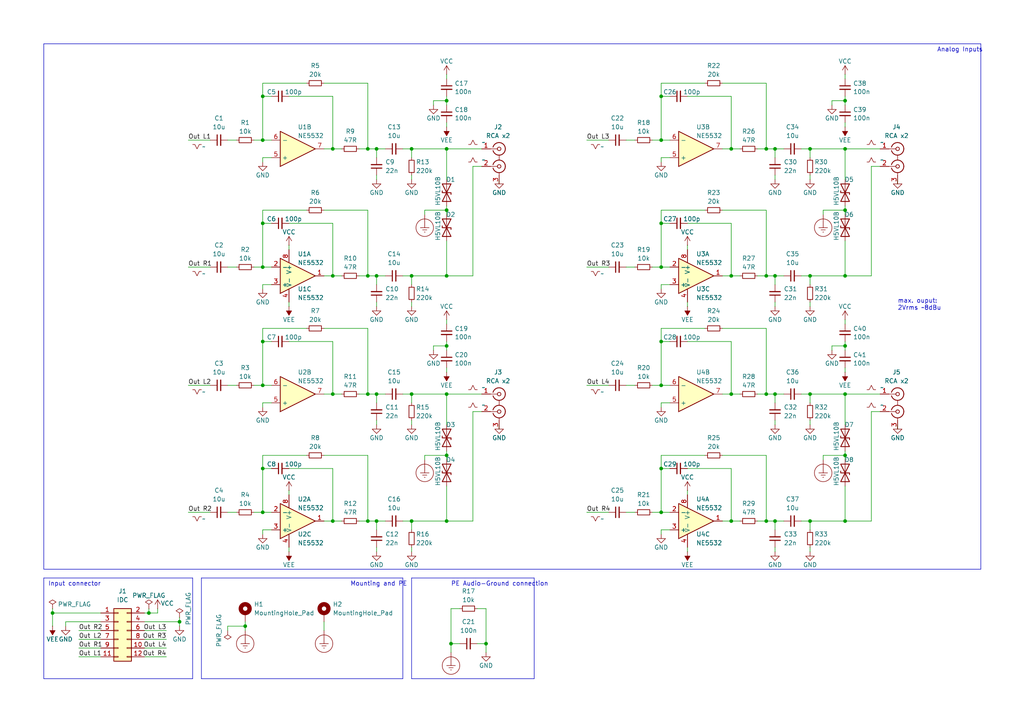
<source format=kicad_sch>
(kicad_sch (version 20231120) (generator "eeschema") (generator_version "8.0")
  (paper "A4")
  (title_block (title "Unbalanced Analog Output Board for SmallDSP") (date "2024-03-03") (rev "1.2") (company "Till Heuer"))
  (junction (at 109.22 114.3))
  (junction (at 245.11 60.96))
  (junction (at 76.2 40.64))
  (junction (at 245.11 132.08))
  (junction (at 245.11 100.33))
  (junction (at 191.77 99.06))
  (junction (at 96.52 80.01))
  (junction (at 109.22 80.01))
  (junction (at 76.2 148.59))
  (junction (at 76.2 77.47))
  (junction (at 109.22 151.13))
  (junction (at 212.09 80.01))
  (junction (at 119.38 80.01))
  (junction (at 119.38 114.3))
  (junction (at 234.95 80.01))
  (junction (at 245.11 80.01))
  (junction (at 96.52 151.13))
  (junction (at 76.2 64.77))
  (junction (at 245.11 43.18))
  (junction (at 106.68 80.01))
  (junction (at 140.97 186.69))
  (junction (at 129.54 60.96))
  (junction (at 129.54 132.08))
  (junction (at 191.77 135.89))
  (junction (at 106.68 43.18))
  (junction (at 129.54 80.01))
  (junction (at 96.52 114.3))
  (junction (at 76.2 99.06))
  (junction (at 43.18 177.8))
  (junction (at 106.68 114.3))
  (junction (at 191.77 148.59))
  (junction (at 222.25 43.18))
  (junction (at 191.77 77.47))
  (junction (at 212.09 151.13))
  (junction (at 245.11 151.13))
  (junction (at 129.54 29.21))
  (junction (at 129.54 43.18))
  (junction (at 224.79 80.01))
  (junction (at 109.22 43.18))
  (junction (at 234.95 43.18))
  (junction (at 212.09 43.18))
  (junction (at 129.54 100.33))
  (junction (at 212.09 114.3))
  (junction (at 245.11 114.3))
  (junction (at 245.11 29.21))
  (junction (at 191.77 40.64))
  (junction (at 76.2 111.76))
  (junction (at 222.25 80.01))
  (junction (at 119.38 151.13))
  (junction (at 15.24 177.8))
  (junction (at 224.79 114.3))
  (junction (at 76.2 135.89))
  (junction (at 129.54 151.13))
  (junction (at 234.95 151.13))
  (junction (at 71.12 181.61))
  (junction (at 76.2 27.94))
  (junction (at 191.77 64.77))
  (junction (at 191.77 27.94))
  (junction (at 119.38 43.18))
  (junction (at 129.54 114.3))
  (junction (at 191.77 111.76))
  (junction (at 96.52 43.18))
  (junction (at 224.79 43.18))
  (junction (at 222.25 114.3))
  (junction (at 52.07 180.34))
  (junction (at 234.95 114.3))
  (junction (at 106.68 151.13))
  (junction (at 130.81 186.69))
  (junction (at 224.79 151.13))
  (junction (at 222.25 151.13))
  (wire (pts (xy 191.77 95.25) (xy 191.77 99.06)))
  (wire (pts (xy 209.55 60.96) (xy 222.25 60.96)))
  (wire (pts (xy 245.11 132.08) (xy 238.76 132.08)))
  (wire (pts (xy 76.2 27.94) (xy 76.2 40.64)))
  (wire (pts (xy 234.95 151.13) (xy 234.95 153.67)))
  (wire (pts (xy 125.73 29.21) (xy 129.54 29.21)))
  (wire (pts (xy 194.31 135.89) (xy 191.77 135.89)))
  (wire (pts (xy 76.2 95.25) (xy 76.2 99.06)))
  (wire (pts (xy 119.38 158.75) (xy 119.38 160.02)))
  (wire (pts (xy 191.77 24.13) (xy 191.77 27.94)))
  (wire (pts (xy 189.23 40.64) (xy 191.77 40.64)))
  (wire (pts (xy 106.68 151.13) (xy 104.14 151.13)))
  (wire (pts (xy 224.79 80.01) (xy 222.25 80.01)))
  (wire (pts (xy 224.79 158.75) (xy 224.79 160.02)))
  (wire (pts (xy 96.52 80.01) (xy 99.06 80.01)))
  (wire (pts (xy 137.16 80.01) (xy 137.16 48.26)))
  (wire (pts (xy 125.73 29.21) (xy 125.73 30.48)))
  (wire (pts (xy 129.54 114.3) (xy 129.54 123.19)))
  (wire (pts (xy 212.09 114.3) (xy 214.63 114.3)))
  (wire (pts (xy 212.09 99.06) (xy 212.09 114.3)))
  (wire (pts (xy 129.54 69.85) (xy 129.54 80.01)))
  (wire (pts (xy 241.3 100.33) (xy 245.11 100.33)))
  (wire (pts (xy 241.3 100.33) (xy 241.3 101.6)))
  (wire (pts (xy 43.18 177.8) (xy 45.72 177.8)))
  (wire (pts (xy 199.39 87.63) (xy 199.39 88.9)))
  (wire (pts (xy 88.9 60.96) (xy 76.2 60.96)))
  (wire (pts (xy 119.38 114.3) (xy 129.54 114.3)))
  (wire (pts (xy 224.79 43.18) (xy 227.33 43.18)))
  (wire (pts (xy 252.73 48.26) (xy 255.27 48.26)))
  (wire (pts (xy 15.24 176.53) (xy 15.24 177.8)))
  (wire (pts (xy 222.25 132.08) (xy 222.25 151.13)))
  (wire (pts (xy 204.47 60.96) (xy 191.77 60.96)))
  (wire (pts (xy 76.2 24.13) (xy 76.2 27.94)))
  (wire (pts (xy 129.54 29.21) (xy 129.54 27.94)))
  (wire (pts (xy 41.91 177.8) (xy 43.18 177.8)))
  (wire (pts (xy 222.25 95.25) (xy 222.25 114.3)))
  (wire (pts (xy 191.77 99.06) (xy 191.77 111.76)))
  (wire (pts (xy 76.2 153.67) (xy 78.74 153.67)))
  (wire (pts (xy 15.24 177.8) (xy 15.24 181.61)))
  (wire (pts (xy 232.41 80.01) (xy 234.95 80.01)))
  (wire (pts (xy 76.2 45.72) (xy 76.2 46.99)))
  (polyline (pts (xy 116.84 167.64) (xy 116.84 196.85)))
  (wire (pts (xy 106.68 80.01) (xy 104.14 80.01)))
  (polyline (pts (xy 119.38 167.64) (xy 154.94 167.64)))
  (wire (pts (xy 109.22 82.55) (xy 109.22 80.01)))
  (polyline (pts (xy 119.38 167.64) (xy 119.38 196.85)))
  (wire (pts (xy 224.79 43.18) (xy 222.25 43.18)))
  (wire (pts (xy 144.78 53.34) (xy 144.78 52.07)))
  (wire (pts (xy 66.04 182.88) (xy 66.04 181.61)))
  (wire (pts (xy 22.86 182.88) (xy 29.21 182.88)))
  (wire (pts (xy 73.66 148.59) (xy 76.2 148.59)))
  (wire (pts (xy 224.79 80.01) (xy 227.33 80.01)))
  (wire (pts (xy 191.77 116.84) (xy 194.31 116.84)))
  (wire (pts (xy 189.23 77.47) (xy 191.77 77.47)))
  (wire (pts (xy 241.3 29.21) (xy 241.3 30.48)))
  (wire (pts (xy 78.74 148.59) (xy 76.2 148.59)))
  (wire (pts (xy 238.76 132.08) (xy 238.76 133.35)))
  (wire (pts (xy 66.04 40.64) (xy 68.58 40.64)))
  (wire (pts (xy 130.81 189.23) (xy 130.81 186.69)))
  (wire (pts (xy 191.77 45.72) (xy 191.77 46.99)))
  (wire (pts (xy 54.61 77.47) (xy 60.96 77.47)))
  (wire (pts (xy 170.18 111.76) (xy 176.53 111.76)))
  (wire (pts (xy 129.54 100.33) (xy 129.54 101.6)))
  (wire (pts (xy 224.79 50.8) (xy 224.79 52.07)))
  (wire (pts (xy 252.73 119.38) (xy 255.27 119.38)))
  (wire (pts (xy 245.11 106.68) (xy 245.11 107.95)))
  (wire (pts (xy 224.79 82.55) (xy 224.79 80.01)))
  (wire (pts (xy 54.61 40.64) (xy 60.96 40.64)))
  (wire (pts (xy 93.98 60.96) (xy 106.68 60.96)))
  (wire (pts (xy 130.81 186.69) (xy 133.35 186.69)))
  (wire (pts (xy 41.91 182.88) (xy 48.26 182.88)))
  (wire (pts (xy 245.11 60.96) (xy 238.76 60.96)))
  (wire (pts (xy 106.68 95.25) (xy 106.68 114.3)))
  (wire (pts (xy 78.74 27.94) (xy 76.2 27.94)))
  (wire (pts (xy 238.76 60.96) (xy 238.76 62.23)))
  (wire (pts (xy 191.77 60.96) (xy 191.77 64.77)))
  (wire (pts (xy 129.54 29.21) (xy 129.54 30.48)))
  (wire (pts (xy 181.61 148.59) (xy 184.15 148.59)))
  (wire (pts (xy 129.54 92.71) (xy 129.54 93.98)))
  (wire (pts (xy 109.22 116.84) (xy 109.22 114.3)))
  (wire (pts (xy 212.09 43.18) (xy 209.55 43.18)))
  (wire (pts (xy 109.22 121.92) (xy 109.22 123.19)))
  (wire (pts (xy 245.11 21.59) (xy 245.11 22.86)))
  (wire (pts (xy 194.31 148.59) (xy 191.77 148.59)))
  (wire (pts (xy 245.11 43.18) (xy 245.11 52.07)))
  (wire (pts (xy 78.74 111.76) (xy 76.2 111.76)))
  (wire (pts (xy 222.25 24.13) (xy 222.25 43.18)))
  (wire (pts (xy 45.72 177.8) (xy 45.72 176.53)))
  (wire (pts (xy 106.68 132.08) (xy 106.68 151.13)))
  (wire (pts (xy 199.39 71.12) (xy 199.39 72.39)))
  (wire (pts (xy 83.82 71.12) (xy 83.82 72.39)))
  (wire (pts (xy 19.05 180.34) (xy 29.21 180.34)))
  (wire (pts (xy 123.19 132.08) (xy 123.19 133.35)))
  (wire (pts (xy 209.55 95.25) (xy 222.25 95.25)))
  (wire (pts (xy 66.04 148.59) (xy 68.58 148.59)))
  (wire (pts (xy 109.22 43.18) (xy 111.76 43.18)))
  (wire (pts (xy 78.74 77.47) (xy 76.2 77.47)))
  (wire (pts (xy 245.11 35.56) (xy 245.11 36.83)))
  (wire (pts (xy 76.2 135.89) (xy 76.2 148.59)))
  (wire (pts (xy 144.78 124.46) (xy 144.78 123.19)))
  (wire (pts (xy 222.25 80.01) (xy 219.71 80.01)))
  (wire (pts (xy 76.2 116.84) (xy 78.74 116.84)))
  (wire (pts (xy 83.82 158.75) (xy 83.82 160.02)))
  (wire (pts (xy 83.82 99.06) (xy 96.52 99.06)))
  (polyline (pts (xy 154.94 196.85) (xy 119.38 196.85)))
  (wire (pts (xy 119.38 87.63) (xy 119.38 88.9)))
  (wire (pts (xy 119.38 151.13) (xy 129.54 151.13)))
  (wire (pts (xy 232.41 114.3) (xy 234.95 114.3)))
  (wire (pts (xy 109.22 80.01) (xy 106.68 80.01)))
  (wire (pts (xy 73.66 77.47) (xy 76.2 77.47)))
  (wire (pts (xy 83.82 135.89) (xy 96.52 135.89)))
  (wire (pts (xy 129.54 140.97) (xy 129.54 151.13)))
  (wire (pts (xy 96.52 27.94) (xy 96.52 43.18)))
  (wire (pts (xy 123.19 60.96) (xy 123.19 62.23)))
  (wire (pts (xy 78.74 135.89) (xy 76.2 135.89)))
  (wire (pts (xy 125.73 100.33) (xy 129.54 100.33)))
  (wire (pts (xy 129.54 132.08) (xy 129.54 133.35)))
  (wire (pts (xy 255.27 43.18) (xy 245.11 43.18)))
  (wire (pts (xy 212.09 64.77) (xy 212.09 80.01)))
  (wire (pts (xy 96.52 99.06) (xy 96.52 114.3)))
  (polyline (pts (xy 116.84 196.85) (xy 58.42 196.85)))
  (wire (pts (xy 88.9 132.08) (xy 76.2 132.08)))
  (wire (pts (xy 137.16 119.38) (xy 139.7 119.38)))
  (polyline (pts (xy 12.7 167.64) (xy 55.88 167.64)))
  (wire (pts (xy 212.09 27.94) (xy 212.09 43.18)))
  (wire (pts (xy 224.79 87.63) (xy 224.79 88.9)))
  (polyline (pts (xy 55.88 167.64) (xy 55.88 196.85)))
  (polyline (pts (xy 12.7 167.64) (xy 12.7 196.85)))
  (wire (pts (xy 245.11 29.21) (xy 245.11 27.94)))
  (wire (pts (xy 116.84 114.3) (xy 119.38 114.3)))
  (wire (pts (xy 43.18 176.53) (xy 43.18 177.8)))
  (wire (pts (xy 41.91 187.96) (xy 48.26 187.96)))
  (wire (pts (xy 199.39 64.77) (xy 212.09 64.77)))
  (wire (pts (xy 76.2 64.77) (xy 76.2 77.47)))
  (wire (pts (xy 96.52 151.13) (xy 99.06 151.13)))
  (wire (pts (xy 106.68 60.96) (xy 106.68 80.01)))
  (wire (pts (xy 194.31 77.47) (xy 191.77 77.47)))
  (wire (pts (xy 54.61 111.76) (xy 60.96 111.76)))
  (wire (pts (xy 191.77 45.72) (xy 194.31 45.72)))
  (wire (pts (xy 76.2 82.55) (xy 76.2 83.82)))
  (wire (pts (xy 189.23 148.59) (xy 191.77 148.59)))
  (wire (pts (xy 119.38 43.18) (xy 129.54 43.18)))
  (wire (pts (xy 204.47 132.08) (xy 191.77 132.08)))
  (wire (pts (xy 234.95 151.13) (xy 245.11 151.13)))
  (wire (pts (xy 138.43 186.69) (xy 140.97 186.69)))
  (wire (pts (xy 119.38 50.8) (xy 119.38 52.07)))
  (wire (pts (xy 116.84 151.13) (xy 119.38 151.13)))
  (wire (pts (xy 234.95 87.63) (xy 234.95 88.9)))
  (wire (pts (xy 15.24 177.8) (xy 29.21 177.8)))
  (wire (pts (xy 252.73 151.13) (xy 252.73 119.38)))
  (wire (pts (xy 129.54 21.59) (xy 129.54 22.86)))
  (wire (pts (xy 232.41 43.18) (xy 234.95 43.18)))
  (wire (pts (xy 129.54 43.18) (xy 129.54 52.07)))
  (wire (pts (xy 96.52 80.01) (xy 93.98 80.01)))
  (wire (pts (xy 234.95 43.18) (xy 234.95 45.72)))
  (wire (pts (xy 129.54 60.96) (xy 129.54 62.23)))
  (wire (pts (xy 224.79 153.67) (xy 224.79 151.13)))
  (wire (pts (xy 129.54 132.08) (xy 123.19 132.08)))
  (wire (pts (xy 109.22 43.18) (xy 106.68 43.18)))
  (wire (pts (xy 252.73 80.01) (xy 245.11 80.01)))
  (wire (pts (xy 224.79 151.13) (xy 222.25 151.13)))
  (wire (pts (xy 245.11 114.3) (xy 245.11 123.19)))
  (wire (pts (xy 234.95 158.75) (xy 234.95 160.02)))
  (wire (pts (xy 93.98 180.34) (xy 93.98 182.88)))
  (wire (pts (xy 212.09 151.13) (xy 214.63 151.13)))
  (wire (pts (xy 224.79 121.92) (xy 224.79 123.19)))
  (wire (pts (xy 224.79 114.3) (xy 227.33 114.3)))
  (wire (pts (xy 191.77 135.89) (xy 191.77 148.59)))
  (wire (pts (xy 83.82 27.94) (xy 96.52 27.94)))
  (wire (pts (xy 96.52 64.77) (xy 96.52 80.01)))
  (wire (pts (xy 212.09 135.89) (xy 212.09 151.13)))
  (wire (pts (xy 199.39 99.06) (xy 212.09 99.06)))
  (wire (pts (xy 140.97 186.69) (xy 140.97 189.23)))
  (wire (pts (xy 212.09 151.13) (xy 209.55 151.13)))
  (polyline (pts (xy 284.48 165.1) (xy 12.7 165.1)))
  (wire (pts (xy 194.31 64.77) (xy 191.77 64.77)))
  (wire (pts (xy 194.31 27.94) (xy 191.77 27.94)))
  (wire (pts (xy 199.39 142.24) (xy 199.39 143.51)))
  (wire (pts (xy 76.2 60.96) (xy 76.2 64.77)))
  (wire (pts (xy 137.16 151.13) (xy 137.16 119.38)))
  (wire (pts (xy 19.05 180.34) (xy 19.05 181.61)))
  (wire (pts (xy 76.2 82.55) (xy 78.74 82.55)))
  (wire (pts (xy 212.09 80.01) (xy 214.63 80.01)))
  (wire (pts (xy 181.61 77.47) (xy 184.15 77.47)))
  (wire (pts (xy 129.54 130.81) (xy 129.54 132.08)))
  (wire (pts (xy 22.86 190.5) (xy 29.21 190.5)))
  (wire (pts (xy 41.91 185.42) (xy 48.26 185.42)))
  (wire (pts (xy 109.22 151.13) (xy 111.76 151.13)))
  (wire (pts (xy 232.41 151.13) (xy 234.95 151.13)))
  (wire (pts (xy 245.11 140.97) (xy 245.11 151.13)))
  (wire (pts (xy 106.68 114.3) (xy 104.14 114.3)))
  (wire (pts (xy 245.11 29.21) (xy 245.11 30.48)))
  (wire (pts (xy 73.66 111.76) (xy 76.2 111.76)))
  (wire (pts (xy 181.61 111.76) (xy 184.15 111.76)))
  (wire (pts (xy 194.31 99.06) (xy 191.77 99.06)))
  (wire (pts (xy 222.25 43.18) (xy 219.71 43.18)))
  (wire (pts (xy 66.04 77.47) (xy 68.58 77.47)))
  (wire (pts (xy 78.74 40.64) (xy 76.2 40.64)))
  (wire (pts (xy 106.68 24.13) (xy 106.68 43.18)))
  (wire (pts (xy 209.55 24.13) (xy 222.25 24.13)))
  (wire (pts (xy 170.18 148.59) (xy 176.53 148.59)))
  (polyline (pts (xy 58.42 167.64) (xy 58.42 196.85)))
  (wire (pts (xy 181.61 40.64) (xy 184.15 40.64)))
  (wire (pts (xy 109.22 50.8) (xy 109.22 52.07)))
  (wire (pts (xy 252.73 80.01) (xy 252.73 48.26)))
  (wire (pts (xy 54.61 148.59) (xy 60.96 148.59)))
  (wire (pts (xy 222.25 151.13) (xy 219.71 151.13)))
  (wire (pts (xy 234.95 121.92) (xy 234.95 123.19)))
  (wire (pts (xy 204.47 24.13) (xy 191.77 24.13)))
  (wire (pts (xy 209.55 132.08) (xy 222.25 132.08)))
  (wire (pts (xy 119.38 121.92) (xy 119.38 123.19)))
  (wire (pts (xy 191.77 132.08) (xy 191.77 135.89)))
  (wire (pts (xy 245.11 92.71) (xy 245.11 93.98)))
  (wire (pts (xy 66.04 181.61) (xy 71.12 181.61)))
  (wire (pts (xy 212.09 80.01) (xy 209.55 80.01)))
  (wire (pts (xy 83.82 142.24) (xy 83.82 143.51)))
  (wire (pts (xy 71.12 180.34) (xy 71.12 181.61)))
  (wire (pts (xy 139.7 43.18) (xy 129.54 43.18)))
  (wire (pts (xy 140.97 176.53) (xy 140.97 186.69)))
  (polyline (pts (xy 55.88 196.85) (xy 12.7 196.85)))
  (wire (pts (xy 139.7 114.3) (xy 129.54 114.3)))
  (wire (pts (xy 78.74 99.06) (xy 76.2 99.06)))
  (wire (pts (xy 245.11 100.33) (xy 245.11 99.06)))
  (wire (pts (xy 106.68 43.18) (xy 104.14 43.18)))
  (wire (pts (xy 222.25 60.96) (xy 222.25 80.01)))
  (wire (pts (xy 41.91 190.5) (xy 48.26 190.5)))
  (wire (pts (xy 245.11 60.96) (xy 245.11 62.23)))
  (wire (pts (xy 204.47 95.25) (xy 191.77 95.25)))
  (wire (pts (xy 88.9 24.13) (xy 76.2 24.13)))
  (polyline (pts (xy 284.48 12.7) (xy 284.48 165.1)))
  (wire (pts (xy 109.22 114.3) (xy 106.68 114.3)))
  (wire (pts (xy 199.39 158.75) (xy 199.39 160.02)))
  (wire (pts (xy 212.09 114.3) (xy 209.55 114.3)))
  (wire (pts (xy 137.16 151.13) (xy 129.54 151.13)))
  (wire (pts (xy 96.52 43.18) (xy 93.98 43.18)))
  (wire (pts (xy 52.07 179.07) (xy 52.07 180.34)))
  (wire (pts (xy 119.38 80.01) (xy 129.54 80.01)))
  (wire (pts (xy 109.22 114.3) (xy 111.76 114.3)))
  (wire (pts (xy 93.98 95.25) (xy 106.68 95.25)))
  (wire (pts (xy 96.52 114.3) (xy 93.98 114.3)))
  (wire (pts (xy 260.35 124.46) (xy 260.35 123.19)))
  (wire (pts (xy 129.54 59.69) (xy 129.54 60.96)))
  (wire (pts (xy 96.52 151.13) (xy 93.98 151.13)))
  (wire (pts (xy 76.2 99.06) (xy 76.2 111.76)))
  (wire (pts (xy 96.52 135.89) (xy 96.52 151.13)))
  (wire (pts (xy 191.77 82.55) (xy 194.31 82.55)))
  (wire (pts (xy 224.79 116.84) (xy 224.79 114.3)))
  (wire (pts (xy 191.77 82.55) (xy 191.77 83.82)))
  (wire (pts (xy 255.27 114.3) (xy 245.11 114.3)))
  (wire (pts (xy 119.38 151.13) (xy 119.38 153.67)))
  (wire (pts (xy 83.82 87.63) (xy 83.82 88.9)))
  (wire (pts (xy 191.77 27.94) (xy 191.77 40.64)))
  (wire (pts (xy 224.79 114.3) (xy 222.25 114.3)))
  (wire (pts (xy 83.82 64.77) (xy 96.52 64.77)))
  (wire (pts (xy 234.95 80.01) (xy 234.95 82.55)))
  (wire (pts (xy 138.43 176.53) (xy 140.97 176.53)))
  (wire (pts (xy 22.86 185.42) (xy 29.21 185.42)))
  (wire (pts (xy 170.18 77.47) (xy 176.53 77.47)))
  (wire (pts (xy 125.73 100.33) (xy 125.73 101.6)))
  (wire (pts (xy 170.18 40.64) (xy 176.53 40.64)))
  (wire (pts (xy 76.2 132.08) (xy 76.2 135.89)))
  (wire (pts (xy 96.52 114.3) (xy 99.06 114.3)))
  (wire (pts (xy 234.95 80.01) (xy 245.11 80.01)))
  (wire (pts (xy 222.25 114.3) (xy 219.71 114.3)))
  (wire (pts (xy 73.66 40.64) (xy 76.2 40.64)))
  (wire (pts (xy 224.79 45.72) (xy 224.79 43.18)))
  (wire (pts (xy 137.16 48.26) (xy 139.7 48.26)))
  (wire (pts (xy 129.54 60.96) (xy 123.19 60.96)))
  (wire (pts (xy 93.98 132.08) (xy 106.68 132.08)))
  (wire (pts (xy 119.38 80.01) (xy 119.38 82.55)))
  (wire (pts (xy 71.12 181.61) (xy 71.12 182.88)))
  (wire (pts (xy 191.77 64.77) (xy 191.77 77.47)))
  (wire (pts (xy 22.86 187.96) (xy 29.21 187.96)))
  (wire (pts (xy 191.77 153.67) (xy 191.77 154.94)))
  (polyline (pts (xy 58.42 167.64) (xy 116.84 167.64)))
  (polyline (pts (xy 12.7 165.1) (xy 12.7 12.7)))
  (wire (pts (xy 245.11 132.08) (xy 245.11 133.35)))
  (wire (pts (xy 224.79 151.13) (xy 227.33 151.13)))
  (wire (pts (xy 199.39 135.89) (xy 212.09 135.89)))
  (wire (pts (xy 96.52 43.18) (xy 99.06 43.18)))
  (wire (pts (xy 252.73 151.13) (xy 245.11 151.13)))
  (wire (pts (xy 116.84 43.18) (xy 119.38 43.18)))
  (wire (pts (xy 245.11 59.69) (xy 245.11 60.96)))
  (wire (pts (xy 129.54 100.33) (xy 129.54 99.06)))
  (wire (pts (xy 194.31 40.64) (xy 191.77 40.64)))
  (wire (pts (xy 119.38 114.3) (xy 119.38 116.84)))
  (wire (pts (xy 241.3 29.21) (xy 245.11 29.21)))
  (wire (pts (xy 109.22 45.72) (xy 109.22 43.18)))
  (wire (pts (xy 130.81 176.53) (xy 130.81 186.69)))
  (wire (pts (xy 109.22 151.13) (xy 106.68 151.13)))
  (wire (pts (xy 245.11 100.33) (xy 245.11 101.6)))
  (wire (pts (xy 52.07 180.34) (xy 52.07 181.61)))
  (wire (pts (xy 109.22 87.63) (xy 109.22 88.9)))
  (wire (pts (xy 191.77 116.84) (xy 191.77 118.11)))
  (wire (pts (xy 129.54 35.56) (xy 129.54 36.83)))
  (wire (pts (xy 109.22 153.67) (xy 109.22 151.13)))
  (wire (pts (xy 78.74 64.77) (xy 76.2 64.77)))
  (wire (pts (xy 234.95 43.18) (xy 245.11 43.18)))
  (wire (pts (xy 133.35 176.53) (xy 130.81 176.53)))
  (wire (pts (xy 199.39 27.94) (xy 212.09 27.94)))
  (wire (pts (xy 41.91 180.34) (xy 52.07 180.34)))
  (wire (pts (xy 234.95 114.3) (xy 245.11 114.3)))
  (polyline (pts (xy 154.94 167.64) (xy 154.94 196.85)))
  (wire (pts (xy 234.95 50.8) (xy 234.95 52.07)))
  (wire (pts (xy 66.04 111.76) (xy 68.58 111.76)))
  (wire (pts (xy 191.77 153.67) (xy 194.31 153.67)))
  (wire (pts (xy 76.2 153.67) (xy 76.2 154.94)))
  (wire (pts (xy 76.2 45.72) (xy 78.74 45.72)))
  (wire (pts (xy 234.95 114.3) (xy 234.95 116.84)))
  (wire (pts (xy 137.16 80.01) (xy 129.54 80.01)))
  (wire (pts (xy 88.9 95.25) (xy 76.2 95.25)))
  (wire (pts (xy 260.35 53.34) (xy 260.35 52.07)))
  (wire (pts (xy 109.22 158.75) (xy 109.22 160.02)))
  (wire (pts (xy 76.2 116.84) (xy 76.2 118.11)))
  (wire (pts (xy 189.23 111.76) (xy 191.77 111.76)))
  (wire (pts (xy 129.54 106.68) (xy 129.54 107.95)))
  (polyline (pts (xy 12.7 12.7) (xy 284.48 12.7)))
  (wire (pts (xy 212.09 43.18) (xy 214.63 43.18)))
  (wire (pts (xy 116.84 80.01) (xy 119.38 80.01)))
  (wire (pts (xy 109.22 80.01) (xy 111.76 80.01)))
  (wire (pts (xy 245.11 130.81) (xy 245.11 132.08)))
  (wire (pts (xy 93.98 24.13) (xy 106.68 24.13)))
  (wire (pts (xy 245.11 69.85) (xy 245.11 80.01)))
  (wire (pts (xy 194.31 111.76) (xy 191.77 111.76)))
  (wire (pts (xy 119.38 43.18) (xy 119.38 45.72)))
  (text "PE Audio-Ground connection" (at 130.81 170.18 0) (effects (font (size 1.27 1.27)) (justify left bottom)))
  (text "max. ouput:\n2Vrms ~8dBu" (at 260.35 90.17 0) (effects (font (size 1.27 1.27)) (justify left bottom)))
  (text "Mounting and PE" (at 101.6 170.18 0) (effects (font (size 1.27 1.27)) (justify left bottom)))
  (text "Input connector" (at 13.97 170.18 0) (effects (font (size 1.27 1.27)) (justify left bottom)))
  (text "Analog Inputs" (at 271.78 15.24 0) (effects (font (size 1.27 1.27)) (justify left bottom)))
  (label "Out L3" (at 170.18 40.64 0))
  (label "Out R1" (at 22.86 187.96 0))
  (label "Out L2" (at 22.86 185.42 0))
  (label "Out L2" (at 54.61 111.76 0))
  (label "Out R3" (at 170.18 77.47 0))
  (label "Out R3" (at 48.26 185.42 180))
  (label "Out R1" (at 54.61 77.47 0))
  (label "Out L1" (at 22.86 190.5 0))
  (label "Out R4" (at 170.18 148.59 0))
  (label "Out L4" (at 170.18 111.76 0))
  (label "Out L3" (at 48.26 182.88 180))
  (label "Out R2" (at 54.61 148.59 0))
  (label "Out L1" (at 54.61 40.64 0))
  (label "Out L4" (at 48.26 187.96 180))
  (label "Out R4" (at 48.26 190.5 180))
  (label "Out R2" (at 22.86 182.88 0))
  (symbol (lib_id "Device:D_TVS") (at 129.54 137.16 270) (unit 1)
    (property "Reference" "D4" (at 132.08 133.35 90) (effects (justify right)))
    (property "Value" "H5VL10B" (at 127 140.97 0) (effects (justify right)))
    (property "Footprint" "1_Project_Footprints:DFN1006-2" (effects (hide yes)))
    (property "Assembling" "X" (effects (hide yes)))
    (property "Manufacturer" "hongjiacheng" (effects (hide yes)))
    (property "Part Number" "H5VL10B" (effects (hide yes)))
  )
  (symbol (lib_id "Device:C_Small") (at 129.54 104.14 0) (unit 1)
    (property "Reference" "C20" (at 131.8641 102.9342 0) (effects (justify left)))
    (property "Value" "100n" (at 131.8641 105.3584 0) (effects (justify left)))
    (property "Footprint" "Capacitor_SMD:C_0402_1005Metric" (effects (hide yes)))
    (property "Dielectric" "X7R" (effects (hide yes)))
    (property "Notes" "-25%@10VDC" (effects (hide yes)))
    (property "Rated Voltage" "50V" (effects (hide yes)))
    (property "Assembling" "X" (effects (hide yes)))
    (property "JLC Part Number" "C307331" (effects (hide yes)))
    (property "Manufacturer" "Samsung Electro-Mechanics" (effects (hide yes)))
    (property "Part Number" "CL05B104KB54PNC" (effects (hide yes)))
    (property "Tolerance" "10%" (effects (hide yes)))
  )
  (symbol (lib_id "Device:C_Small") (at 63.5 111.76 90) (unit 1)
    (property "Reference" "C3" (at 63.5063 105.41 90))
    (property "Value" "10u" (at 63.5063 107.95 90))
    (property "Footprint" "Capacitor_SMD:C_1206_3216Metric" (effects (hide yes)))
    (property "Dielectric" "X5R" (effects (hide yes)))
    (property "Rated Voltage" "50V" (effects (hide yes)))
    (property "Assembling" "X" (effects (hide yes)))
    (property "JLC Part Number" "C13585" (effects (hide yes)))
    (property "Manufacturer" "Samsung Electro-Mechanics" (effects (hide yes)))
    (property "Part Number" "CL31A106KBHNNNE" (effects (hide yes)))
    (property "Tolerance" "10%" (effects (hide yes)))
  )
  (symbol (lib_id "power:PWR_FLAG") (at 52.07 179.07 0) (unit 1)
    (property "Reference" "#FLG02" (effects (hide yes)))
    (property "Value" "PWR_FLAG" (at 54.61 176.53 90))
  )
  (symbol (lib_id "power:GND") (at 119.38 160.02 0) (unit 1)
    (property "Reference" "#PWR024" (effects (hide yes)))
    (property "Value" "GND" (at 119.38 163.83 0))
  )
  (symbol (lib_id "power:GND") (at 109.22 52.07 0) (unit 1)
    (property "Reference" "#PWR017" (effects (hide yes)))
    (property "Value" "GND" (at 109.22 55.88 0))
  )
  (symbol (lib_id "power:GND") (at 144.78 123.19 0) (mirror y) (unit 1)
    (property "Reference" "#PWR036" (effects (hide yes)))
    (property "Value" "GND" (at 144.78 127 0))
  )
  (symbol (lib_id "Device:C_Small") (at 109.22 156.21 180) (unit 1)
    (property "Reference" "C12" (at 111.76 154.9335 0) (effects (justify right)))
    (property "Value" "22n" (at 111.76 157.4735 0) (effects (justify right)))
    (property "Footprint" "Capacitor_SMD:C_0603_1608Metric" (effects (hide yes)))
    (property "Dielectric" "X7R" (effects (hide yes)))
    (property "Notes" "C0G better" (effects (hide yes)))
    (property "Rated Voltage" "50V" (effects (hide yes)))
    (property "Assembling" "X" (effects (hide yes)))
    (property "JLC Part Number" "C21122" (effects (hide yes)))
    (property "Manufacturer" "Samsung Electro-Mechanics" (effects (hide yes)))
    (property "Part Number" "CL10B223KB8NNNC" (effects (hide yes)))
    (property "Tolerance" "10%" (effects (hide yes)))
  )
  (symbol (lib_id "Device:R_Small") (at 119.38 156.21 0) (mirror y) (unit 1)
    (property "Reference" "R16" (at 120.65 154.94 0) (effects (justify right)))
    (property "Value" "220k" (at 120.65 157.48 0) (effects (justify right)))
    (property "Footprint" "Resistor_SMD:R_0402_1005Metric" (effects (hide yes)))
    (property "Assembling" "X" (effects (hide yes)))
    (property "JLC Part Number" "C25767" (effects (hide yes)))
    (property "Manufacturer" "UNI-ROYAL(Uniroyal Elec)" (effects (hide yes)))
    (property "Rated Power" "62.5mW" (effects (hide yes)))
    (property "Part Number" "0402WGF2203TCE" (effects (hide yes)))
    (property "Tolerance" "1%" (effects (hide yes)))
  )
  (symbol (lib_id "Device:R_Small") (at 186.69 111.76 90) (unit 1)
    (property "Reference" "R20" (at 186.69 106.68 90))
    (property "Value" "10k" (at 186.69 109.22 90))
    (property "Footprint" "Resistor_SMD:R_0402_1005Metric" (effects (hide yes)))
    (property "Assembling" "X" (effects (hide yes)))
    (property "JLC Part Number" "C25744" (effects (hide yes)))
    (property "Manufacturer" "UNI-ROYAL(Uniroyal Elec)" (effects (hide yes)))
    (property "Part Number" "0402WGF1002TCE" (effects (hide yes)))
    (property "Rated Power" "62.5mW" (effects (hide yes)))
    (property "Tolerance" "1%" (effects (hide yes)))
  )
  (symbol (lib_id "Device:C_Small") (at 224.79 48.26 180) (unit 1)
    (property "Reference" "C30" (at 227.33 46.9835 0) (effects (justify right)))
    (property "Value" "22n" (at 227.33 49.5235 0) (effects (justify right)))
    (property "Footprint" "Capacitor_SMD:C_0603_1608Metric" (effects (hide yes)))
    (property "Dielectric" "X7R" (effects (hide yes)))
    (property "Notes" "C0G better" (effects (hide yes)))
    (property "Rated Voltage" "50V" (effects (hide yes)))
    (property "Assembling" "X" (effects (hide yes)))
    (property "JLC Part Number" "C21122" (effects (hide yes)))
    (property "Manufacturer" "Samsung Electro-Mechanics" (effects (hide yes)))
    (property "Part Number" "CL10B223KB8NNNC" (effects (hide yes)))
    (property "Tolerance" "10%" (effects (hide yes)))
  )
  (symbol (lib_id "power:VCC") (at 129.54 92.71 0) (unit 1)
    (property "Reference" "#PWR015" (effects (hide yes)))
    (property "Value" "VCC" (at 129.54 88.9 0))
    (property "Description" "Power symbol creates a global label with name \"VCC\"" (effects (hide yes)))
  )
  (symbol (lib_id "power:GND") (at 191.77 46.99 0) (unit 1)
    (property "Reference" "#PWR037" (effects (hide yes)))
    (property "Value" "GND" (at 191.77 50.8 0))
  )
  (symbol (lib_id "Device:R_Small") (at 217.17 43.18 90) (unit 1)
    (property "Reference" "R26" (at 217.17 38.1 90))
    (property "Value" "47R" (at 217.17 40.64 90))
    (property "Footprint" "Resistor_SMD:R_0402_1005Metric" (effects (hide yes)))
    (property "Assembling" "X" (effects (hide yes)))
    (property "JLC Part Number" "C25118" (effects (hide yes)))
    (property "Manufacturer" "UNI-ROYAL(Uniroyal Elec)" (effects (hide yes)))
    (property "Part Number" "0402WGF470JTCE" (effects (hide yes)))
    (property "Rated Power" "62.5mW" (effects (hide yes)))
    (property "Tolerance" "1%" (effects (hide yes)))
  )
  (symbol (lib_id "1_Project_Symbols:phase") (at 57.15 113.03 180) (unit 1) (in_bom no) (on_board no)
    (property "Reference" "Label3" (effects (hide yes)))
    (property "Value" "~" (at 59.69 113.665 0) (effects (justify left)))
  )
  (symbol (lib_id "Device:C_Small") (at 179.07 77.47 90) (unit 1)
    (property "Reference" "C23" (at 179.0763 71.12 90))
    (property "Value" "10u" (at 179.0763 73.66 90))
    (property "Footprint" "Capacitor_SMD:C_1206_3216Metric" (effects (hide yes)))
    (property "Dielectric" "X5R" (effects (hide yes)))
    (property "Rated Voltage" "50V" (effects (hide yes)))
    (property "Assembling" "X" (effects (hide yes)))
    (property "JLC Part Number" "C13585" (effects (hide yes)))
    (property "Manufacturer" "Samsung Electro-Mechanics" (effects (hide yes)))
    (property "Part Number" "CL31A106KBHNNNE" (effects (hide yes)))
    (property "Tolerance" "10%" (effects (hide yes)))
  )
  (symbol (lib_id "Mechanical:MountingHole_Pad") (at 71.12 177.8 0) (unit 1)
    (property "Reference" "H1" (at 73.66 175.2599 0) (effects (justify left)))
    (property "Value" "MountingHole_Pad" (at 73.66 177.7999 0) (effects (justify left)))
    (property "Footprint" "MountingHole:MountingHole_3.2mm_M3_Pad_Via" (effects (hide yes)))
    (property "JLC Part Number" "-" (effects (hide yes)))
    (property "Manufacturer" "-" (effects (hide yes)))
    (property "Part Number" "-" (effects (hide yes)))
  )
  (symbol (lib_id "power:GND") (at 144.78 52.07 0) (mirror y) (unit 1)
    (property "Reference" "#PWR035" (effects (hide yes)))
    (property "Value" "GND" (at 144.78 55.88 0))
  )
  (symbol (lib_id "power:GND") (at 241.3 101.6 0) (unit 1)
    (property "Reference" "#PWR056" (effects (hide yes)))
    (property "Value" "GND" (at 241.3 105.41 0))
  )
  (symbol (lib_id "Device:D_TVS") (at 245.11 66.04 270) (unit 1)
    (property "Reference" "D6" (at 247.65 62.23 90) (effects (justify right)))
    (property "Value" "H5VL10B" (at 242.57 69.85 0) (effects (justify right)))
    (property "Footprint" "1_Project_Footprints:DFN1006-2" (effects (hide yes)))
    (property "Assembling" "X" (effects (hide yes)))
    (property "Manufacturer" "hongjiacheng" (effects (hide yes)))
    (property "Part Number" "H5VL10B" (effects (hide yes)))
  )
  (symbol (lib_id "power:Earth_Protective") (at 130.81 189.23 0) (unit 1)
    (property "Reference" "#PWR033" (effects (hide yes)))
    (property "Value" "Earth_Protective" (effects (hide yes)))
  )
  (symbol (lib_id "power:VEE") (at 245.11 107.95 180) (unit 1)
    (property "Reference" "#PWR044" (effects (hide yes)))
    (property "Value" "VEE" (at 245.11 111.76 0))
    (property "Description" "Power symbol creates a global label with name \"VEE\"" (effects (hide yes)))
  )
  (symbol (lib_id "power:GND") (at 234.95 123.19 0) (unit 1)
    (property "Reference" "#PWR051" (effects (hide yes)))
    (property "Value" "GND" (at 234.95 127 0))
  )
  (symbol (lib_id "Device:C_Small") (at 114.3 80.01 90) (unit 1)
    (property "Reference" "C14" (at 114.3063 73.66 90))
    (property "Value" "10u" (at 114.3063 76.2 90))
    (property "Footprint" "Capacitor_SMD:C_1206_3216Metric" (effects (hide yes)))
    (property "Dielectric" "X5R" (effects (hide yes)))
    (property "Rated Voltage" "50V" (effects (hide yes)))
    (property "Assembling" "X" (effects (hide yes)))
    (property "JLC Part Number" "C13585" (effects (hide yes)))
    (property "Manufacturer" "Samsung Electro-Mechanics" (effects (hide yes)))
    (property "Part Number" "CL31A106KBHNNNE" (effects (hide yes)))
    (property "Tolerance" "10%" (effects (hide yes)))
  )
  (symbol (lib_id "Device:C_Small") (at 196.85 99.06 90) (unit 1)
    (property "Reference" "C28" (at 194.31 97.79 90))
    (property "Value" "100p" (at 200.66 97.79 90))
    (property "Footprint" "Capacitor_SMD:C_0402_1005Metric" (effects (hide yes)))
    (property "Dielectric" "C0G" (effects (hide yes)))
    (property "Rated Voltage" "50V" (effects (hide yes)))
    (property "Assembling" "X" (effects (hide yes)))
    (property "JLC Part Number" "C1546" (effects (hide yes)))
    (property "Manufacturer" "FH (Guangdong Fenghua Advanced Tech)" (effects (hide yes)))
    (property "Part Number" "0402CG101J500NT" (effects (hide yes)))
    (property "Tolerance" "5%" (effects (hide yes)))
  )
  (symbol (lib_id "Device:D_TVS") (at 245.11 127 270) (unit 1)
    (property "Reference" "D7" (at 247.65 123.19 90) (effects (justify right)))
    (property "Value" "H5VL10B" (at 242.57 130.81 0) (effects (justify right)))
    (property "Footprint" "1_Project_Footprints:DFN1006-2" (effects (hide yes)))
    (property "Assembling" "X" (effects (hide yes)))
    (property "Manufacturer" "hongjiacheng" (effects (hide yes)))
    (property "Part Number" "H5VL10B" (effects (hide yes)))
  )
  (symbol (lib_id "Device:R_Small") (at 91.44 24.13 90) (unit 1)
    (property "Reference" "R5" (at 91.44 19.05 90))
    (property "Value" "20k" (at 91.44 21.59 90))
    (property "Footprint" "Resistor_SMD:R_0402_1005Metric" (effects (hide yes)))
    (property "Assembling" "X" (effects (hide yes)))
    (property "JLC Part Number" "C25765" (effects (hide yes)))
    (property "Manufacturer" "UNI-ROYAL(Uniroyal Elec)" (effects (hide yes)))
    (property "Part Number" "0402WGF2002TCE" (effects (hide yes)))
    (property "Rated Power" "62.5mW" (effects (hide yes)))
    (property "Tolerance" "1%" (effects (hide yes)))
  )
  (symbol (lib_id "Device:R_Small") (at 207.01 132.08 90) (unit 1)
    (property "Reference" "R25" (at 207.01 127 90))
    (property "Value" "20k" (at 207.01 129.54 90))
    (property "Footprint" "Resistor_SMD:R_0402_1005Metric" (effects (hide yes)))
    (property "Assembling" "X" (effects (hide yes)))
    (property "JLC Part Number" "C25765" (effects (hide yes)))
    (property "Manufacturer" "UNI-ROYAL(Uniroyal Elec)" (effects (hide yes)))
    (property "Part Number" "0402WGF2002TCE" (effects (hide yes)))
    (property "Rated Power" "62.5mW" (effects (hide yes)))
    (property "Tolerance" "1%" (effects (hide yes)))
  )
  (symbol (lib_id "power:VEE") (at 199.39 160.02 180) (unit 1)
    (property "Reference" "#PWR032" (effects (hide yes)))
    (property "Value" "VEE" (at 199.39 163.83 0))
    (property "Description" "Power symbol creates a global label with name \"VEE\"" (effects (hide yes)))
  )
  (symbol (lib_id "Connector:Conn_Coaxial_x2") (at 260.35 116.84 0) (unit 1)
    (property "Reference" "J5" (at 260.0326 107.95 0))
    (property "Value" "RCA x2" (at 260.0326 110.49 0))
    (property "Footprint" "1_Project_Footprints:Kobiconn_156-4219-E" (effects (hide yes)))
    (property "Datasheet" " ~" (effects (hide yes)))
    (property "JLC Part Number" "-" (effects (hide yes)))
    (property "Manufacturer" "Kobiconn" (effects (hide yes)))
    (property "Part Number" "156-4219-E" (effects (hide yes)))
  )
  (symbol (lib_id "power:GND") (at 119.38 123.19 0) (unit 1)
    (property "Reference" "#PWR023" (effects (hide yes)))
    (property "Value" "GND" (at 119.38 127 0))
  )
  (symbol (lib_id "Device:D_TVS") (at 129.54 66.04 270) (unit 1)
    (property "Reference" "D2" (at 132.08 62.23 90) (effects (justify right)))
    (property "Value" "H5VL10B" (at 127 69.85 0) (effects (justify right)))
    (property "Footprint" "1_Project_Footprints:DFN1006-2" (effects (hide yes)))
    (property "Assembling" "X" (effects (hide yes)))
    (property "Manufacturer" "hongjiacheng" (effects (hide yes)))
    (property "Part Number" "H5VL10B" (effects (hide yes)))
  )
  (symbol (lib_id "Device:D_TVS") (at 245.11 55.88 270) (unit 1)
    (property "Reference" "D5" (at 247.65 52.07 90) (effects (justify right)))
    (property "Value" "H5VL10B" (at 242.57 59.69 0) (effects (justify right)))
    (property "Footprint" "1_Project_Footprints:DFN1006-2" (effects (hide yes)))
    (property "Assembling" "X" (effects (hide yes)))
    (property "Manufacturer" "hongjiacheng" (effects (hide yes)))
    (property "Part Number" "H5VL10B" (effects (hide yes)))
  )
  (symbol (lib_id "power:GND") (at 125.73 101.6 0) (unit 1)
    (property "Reference" "#PWR028" (effects (hide yes)))
    (property "Value" "GND" (at 125.73 105.41 0))
  )
  (symbol (lib_id "Device:R_Small") (at 217.17 80.01 90) (unit 1)
    (property "Reference" "R27" (at 217.17 74.93 90))
    (property "Value" "47R" (at 217.17 77.47 90))
    (property "Footprint" "Resistor_SMD:R_0402_1005Metric" (effects (hide yes)))
    (property "Assembling" "X" (effects (hide yes)))
    (property "JLC Part Number" "C25118" (effects (hide yes)))
    (property "Manufacturer" "UNI-ROYAL(Uniroyal Elec)" (effects (hide yes)))
    (property "Part Number" "0402WGF470JTCE" (effects (hide yes)))
    (property "Rated Power" "62.5mW" (effects (hide yes)))
    (property "Tolerance" "1%" (effects (hide yes)))
  )
  (symbol (lib_id "Device:Opamp_Dual") (at 201.93 43.18 0) (mirror x) (unit 2)
    (property "Reference" "U3" (at 201.93 36.83 0) (effects (justify left)))
    (property "Value" "NE5532" (at 201.93 39.37 0) (effects (justify left)))
    (property "Footprint" "Package_SO:SOIC-8_3.9x4.9mm_P1.27mm" (effects (hide yes)))
    (property "Manufacturer" "Texas Instruments" (effects (hide yes)))
    (property "Part Number" "NE5532DR" (effects (hide yes)))
    (property "Assembling" "X" (effects (hide yes)))
    (property "JLC Part Number" "C7426" (effects (hide yes)))
  )
  (symbol (lib_id "Device:C_Small") (at 245.11 33.02 0) (unit 1)
    (property "Reference" "C39" (at 247.4341 31.8142 0) (effects (justify left)))
    (property "Value" "100n" (at 247.4341 34.2384 0) (effects (justify left)))
    (property "Footprint" "Capacitor_SMD:C_0402_1005Metric" (effects (hide yes)))
    (property "Dielectric" "X7R" (effects (hide yes)))
    (property "Notes" "-25%@10VDC" (effects (hide yes)))
    (property "Rated Voltage" "50V" (effects (hide yes)))
    (property "Assembling" "X" (effects (hide yes)))
    (property "JLC Part Number" "C307331" (effects (hide yes)))
    (property "Manufacturer" "Samsung Electro-Mechanics" (effects (hide yes)))
    (property "Part Number" "CL05B104KB54PNC" (effects (hide yes)))
    (property "Tolerance" "10%" (effects (hide yes)))
  )
  (symbol (lib_id "1_Project_Symbols:phase") (at 172.72 113.03 180) (unit 1) (in_bom no) (on_board no)
    (property "Reference" "Label7" (effects (hide yes)))
    (property "Value" "~" (at 175.26 113.665 0) (effects (justify left)))
  )
  (symbol (lib_id "Device:C_Small") (at 109.22 85.09 180) (unit 1)
    (property "Reference" "C10" (at 111.76 83.8135 0) (effects (justify right)))
    (property "Value" "22n" (at 111.76 86.3535 0) (effects (justify right)))
    (property "Footprint" "Capacitor_SMD:C_0603_1608Metric" (effects (hide yes)))
    (property "Dielectric" "X7R" (effects (hide yes)))
    (property "Notes" "C0G better" (effects (hide yes)))
    (property "Rated Voltage" "50V" (effects (hide yes)))
    (property "Assembling" "X" (effects (hide yes)))
    (property "JLC Part Number" "C21122" (effects (hide yes)))
    (property "Manufacturer" "Samsung Electro-Mechanics" (effects (hide yes)))
    (property "Part Number" "CL10B223KB8NNNC" (effects (hide yes)))
    (property "Tolerance" "10%" (effects (hide yes)))
  )
  (symbol (lib_id "Device:R_Small") (at 101.6 80.01 90) (unit 1)
    (property "Reference" "R10" (at 101.6 74.93 90))
    (property "Value" "47R" (at 101.6 77.47 90))
    (property "Footprint" "Resistor_SMD:R_0402_1005Metric" (effects (hide yes)))
    (property "Assembling" "X" (effects (hide yes)))
    (property "JLC Part Number" "C25118" (effects (hide yes)))
    (property "Manufacturer" "UNI-ROYAL(Uniroyal Elec)" (effects (hide yes)))
    (property "Part Number" "0402WGF470JTCE" (effects (hide yes)))
    (property "Rated Power" "62.5mW" (effects (hide yes)))
    (property "Tolerance" "1%" (effects (hide yes)))
  )
  (symbol (lib_id "power:Earth_Protective") (at 238.76 133.35 0) (mirror y) (unit 1)
    (property "Reference" "#PWR054" (effects (hide yes)))
    (property "Value" "Earth_Protective" (effects (hide yes)))
  )
  (symbol (lib_id "Connector:Conn_Coaxial_x2") (at 144.78 116.84 0) (unit 1)
    (property "Reference" "J3" (at 144.4626 107.95 0))
    (property "Value" "RCA x2" (at 144.4626 110.49 0))
    (property "Footprint" "1_Project_Footprints:Kobiconn_156-4219-E" (effects (hide yes)))
    (property "Datasheet" " ~" (effects (hide yes)))
    (property "JLC Part Number" "-" (effects (hide yes)))
    (property "Manufacturer" "Kobiconn" (effects (hide yes)))
    (property "Part Number" "156-4219-E" (effects (hide yes)))
  )
  (symbol (lib_id "power:GND") (at 234.95 160.02 0) (unit 1)
    (property "Reference" "#PWR052" (effects (hide yes)))
    (property "Value" "GND" (at 234.95 163.83 0))
  )
  (symbol (lib_id "power:GND") (at 119.38 52.07 0) (unit 1)
    (property "Reference" "#PWR021" (effects (hide yes)))
    (property "Value" "GND" (at 119.38 55.88 0))
  )
  (symbol (lib_id "Device:D_TVS") (at 129.54 127 270) (unit 1)
    (property "Reference" "D3" (at 132.08 123.19 90) (effects (justify right)))
    (property "Value" "H5VL10B" (at 127 130.81 0) (effects (justify right)))
    (property "Footprint" "1_Project_Footprints:DFN1006-2" (effects (hide yes)))
    (property "Assembling" "X" (effects (hide yes)))
    (property "Manufacturer" "hongjiacheng" (effects (hide yes)))
    (property "Part Number" "H5VL10B" (effects (hide yes)))
  )
  (symbol (lib_id "Device:R_Small") (at 234.95 85.09 0) (mirror y) (unit 1)
    (property "Reference" "R31" (at 236.22 83.82 0) (effects (justify right)))
    (property "Value" "220k" (at 236.22 86.36 0) (effects (justify right)))
    (property "Footprint" "Resistor_SMD:R_0402_1005Metric" (effects (hide yes)))
    (property "Assembling" "X" (effects (hide yes)))
    (property "JLC Part Number" "C25767" (effects (hide yes)))
    (property "Manufacturer" "UNI-ROYAL(Uniroyal Elec)" (effects (hide yes)))
    (property "Rated Power" "62.5mW" (effects (hide yes)))
    (property "Part Number" "0402WGF2203TCE" (effects (hide yes)))
    (property "Tolerance" "1%" (effects (hide yes)))
  )
  (symbol (lib_id "Device:C_Small") (at 129.54 33.02 0) (unit 1)
    (property "Reference" "C18" (at 131.8641 31.8142 0) (effects (justify left)))
    (property "Value" "100n" (at 131.8641 34.2384 0) (effects (justify left)))
    (property "Footprint" "Capacitor_SMD:C_0402_1005Metric" (effects (hide yes)))
    (property "Dielectric" "X7R" (effects (hide yes)))
    (property "Notes" "-25%@10VDC" (effects (hide yes)))
    (property "Rated Voltage" "50V" (effects (hide yes)))
    (property "Assembling" "X" (effects (hide yes)))
    (property "JLC Part Number" "C307331" (effects (hide yes)))
    (property "Manufacturer" "Samsung Electro-Mechanics" (effects (hide yes)))
    (property "Part Number" "CL05B104KB54PNC" (effects (hide yes)))
    (property "Tolerance" "10%" (effects (hide yes)))
  )
  (symbol (lib_id "Device:R_Small") (at 71.12 148.59 90) (unit 1)
    (property "Reference" "R4" (at 71.12 143.51 90))
    (property "Value" "10k" (at 71.12 146.05 90))
    (property "Footprint" "Resistor_SMD:R_0402_1005Metric" (effects (hide yes)))
    (property "Assembling" "X" (effects (hide yes)))
    (property "JLC Part Number" "C25744" (effects (hide yes)))
    (property "Manufacturer" "UNI-ROYAL(Uniroyal Elec)" (effects (hide yes)))
    (property "Part Number" "0402WGF1002TCE" (effects (hide yes)))
    (property "Rated Power" "62.5mW" (effects (hide yes)))
    (property "Tolerance" "1%" (effects (hide yes)))
  )
  (symbol (lib_id "power:GND") (at 140.97 189.23 0) (unit 1)
    (property "Reference" "#PWR034" (effects (hide yes)))
    (property "Value" "GND" (at 140.97 193.04 0))
  )
  (symbol (lib_id "power:GND") (at 119.38 88.9 0) (unit 1)
    (property "Reference" "#PWR022" (effects (hide yes)))
    (property "Value" "GND" (at 119.38 92.71 0))
  )
  (symbol (lib_id "Device:R_Small") (at 71.12 77.47 90) (unit 1)
    (property "Reference" "R2" (at 71.12 72.39 90))
    (property "Value" "10k" (at 71.12 74.93 90))
    (property "Footprint" "Resistor_SMD:R_0402_1005Metric" (effects (hide yes)))
    (property "Assembling" "X" (effects (hide yes)))
    (property "JLC Part Number" "C25744" (effects (hide yes)))
    (property "Manufacturer" "UNI-ROYAL(Uniroyal Elec)" (effects (hide yes)))
    (property "Part Number" "0402WGF1002TCE" (effects (hide yes)))
    (property "Rated Power" "62.5mW" (effects (hide yes)))
    (property "Tolerance" "1%" (effects (hide yes)))
  )
  (symbol (lib_id "Device:R_Small") (at 234.95 119.38 0) (mirror y) (unit 1)
    (property "Reference" "R32" (at 236.22 118.11 0) (effects (justify right)))
    (property "Value" "220k" (at 236.22 120.65 0) (effects (justify right)))
    (property "Footprint" "Resistor_SMD:R_0402_1005Metric" (effects (hide yes)))
    (property "Assembling" "X" (effects (hide yes)))
    (property "JLC Part Number" "C25767" (effects (hide yes)))
    (property "Manufacturer" "UNI-ROYAL(Uniroyal Elec)" (effects (hide yes)))
    (property "Rated Power" "62.5mW" (effects (hide yes)))
    (property "Part Number" "0402WGF2203TCE" (effects (hide yes)))
    (property "Tolerance" "1%" (effects (hide yes)))
  )
  (symbol (lib_id "1_Project_Symbols:phase") (at 172.72 41.91 180) (unit 1) (in_bom no) (on_board no)
    (property "Reference" "Label5" (effects (hide yes)))
    (property "Value" "~" (at 175.26 42.545 0) (effects (justify left)))
  )
  (symbol (lib_id "power:PWR_FLAG") (at 15.24 176.53 0) (unit 1)
    (property "Reference" "#FLG01" (effects (hide yes)))
    (property "Value" "PWR_FLAG" (at 21.59 175.26 0))
  )
  (symbol (lib_id "power:VCC") (at 83.82 142.24 0) (unit 1)
    (property "Reference" "#PWR029" (effects (hide yes)))
    (property "Value" "VCC" (at 83.82 138.43 0))
    (property "Description" "Power symbol creates a global label with name \"VCC\"" (effects (hide yes)))
  )
  (symbol (lib_id "power:VEE") (at 245.11 36.83 180) (unit 1)
    (property "Reference" "#PWR058" (effects (hide yes)))
    (property "Value" "VEE" (at 245.11 40.64 0))
    (property "Description" "Power symbol creates a global label with name \"VEE\"" (effects (hide yes)))
  )
  (symbol (lib_id "Device:R_Small") (at 186.69 77.47 90) (unit 1)
    (property "Reference" "R19" (at 186.69 72.39 90))
    (property "Value" "10k" (at 186.69 74.93 90))
    (property "Footprint" "Resistor_SMD:R_0402_1005Metric" (effects (hide yes)))
    (property "Assembling" "X" (effects (hide yes)))
    (property "JLC Part Number" "C25744" (effects (hide yes)))
    (property "Manufacturer" "UNI-ROYAL(Uniroyal Elec)" (effects (hide yes)))
    (property "Part Number" "0402WGF1002TCE" (effects (hide yes)))
    (property "Rated Power" "62.5mW" (effects (hide yes)))
    (property "Tolerance" "1%" (effects (hide yes)))
  )
  (symbol (lib_id "Device:R_Small") (at 207.01 60.96 90) (unit 1)
    (property "Reference" "R23" (at 207.01 55.88 90))
    (property "Value" "20k" (at 207.01 58.42 90))
    (property "Footprint" "Resistor_SMD:R_0402_1005Metric" (effects (hide yes)))
    (property "Assembling" "X" (effects (hide yes)))
    (property "JLC Part Number" "C25765" (effects (hide yes)))
    (property "Manufacturer" "UNI-ROYAL(Uniroyal Elec)" (effects (hide yes)))
    (property "Part Number" "0402WGF2002TCE" (effects (hide yes)))
    (property "Rated Power" "62.5mW" (effects (hide yes)))
    (property "Tolerance" "1%" (effects (hide yes)))
  )
  (symbol (lib_id "power:VEE") (at 83.82 88.9 180) (unit 1)
    (property "Reference" "#PWR042" (effects (hide yes)))
    (property "Value" "VEE" (at 83.82 92.71 0))
    (property "Description" "Power symbol creates a global label with name \"VEE\"" (effects (hide yes)))
  )
  (symbol (lib_id "Device:C_Small") (at 245.11 104.14 0) (unit 1)
    (property "Reference" "C41" (at 247.4341 102.9342 0) (effects (justify left)))
    (property "Value" "100n" (at 247.4341 105.3584 0) (effects (justify left)))
    (property "Footprint" "Capacitor_SMD:C_0402_1005Metric" (effects (hide yes)))
    (property "Dielectric" "X7R" (effects (hide yes)))
    (property "Notes" "-25%@10VDC" (effects (hide yes)))
    (property "Rated Voltage" "50V" (effects (hide yes)))
    (property "Assembling" "X" (effects (hide yes)))
    (property "JLC Part Number" "C307331" (effects (hide yes)))
    (property "Manufacturer" "Samsung Electro-Mechanics" (effects (hide yes)))
    (property "Part Number" "CL05B104KB54PNC" (effects (hide yes)))
    (property "Tolerance" "10%" (effects (hide yes)))
  )
  (symbol (lib_id "power:GND") (at 19.05 181.61 0) (unit 1)
    (property "Reference" "#PWR02" (effects (hide yes)))
    (property "Value" "GND" (at 19.05 185.42 0))
  )
  (symbol (lib_id "Device:R_Small") (at 186.69 148.59 90) (unit 1)
    (property "Reference" "R21" (at 186.69 143.51 90))
    (property "Value" "10k" (at 186.69 146.05 90))
    (property "Footprint" "Resistor_SMD:R_0402_1005Metric" (effects (hide yes)))
    (property "Assembling" "X" (effects (hide yes)))
    (property "JLC Part Number" "C25744" (effects (hide yes)))
    (property "Manufacturer" "UNI-ROYAL(Uniroyal Elec)" (effects (hide yes)))
    (property "Part Number" "0402WGF1002TCE" (effects (hide yes)))
    (property "Rated Power" "62.5mW" (effects (hide yes)))
    (property "Tolerance" "1%" (effects (hide yes)))
  )
  (symbol (lib_id "Device:R_Small") (at 234.95 48.26 0) (mirror y) (unit 1)
    (property "Reference" "R30" (at 236.22 46.99 0) (effects (justify right)))
    (property "Value" "220k" (at 236.22 49.53 0) (effects (justify right)))
    (property "Footprint" "Resistor_SMD:R_0402_1005Metric" (effects (hide yes)))
    (property "Assembling" "X" (effects (hide yes)))
    (property "JLC Part Number" "C25767" (effects (hide yes)))
    (property "Manufacturer" "UNI-ROYAL(Uniroyal Elec)" (effects (hide yes)))
    (property "Rated Power" "62.5mW" (effects (hide yes)))
    (property "Part Number" "0402WGF2203TCE" (effects (hide yes)))
    (property "Tolerance" "1%" (effects (hide yes)))
  )
  (symbol (lib_id "Device:Opamp_Dual") (at 201.93 151.13 0) (mirror x) (unit 1)
    (property "Reference" "U4" (at 201.93 144.78 0) (effects (justify left)))
    (property "Value" "NE5532" (at 201.93 147.32 0) (effects (justify left)))
    (property "Footprint" "Package_SO:SOIC-8_3.9x4.9mm_P1.27mm" (effects (hide yes)))
    (property "Manufacturer" "Texas Instruments" (effects (hide yes)))
    (property "Part Number" "NE5532DR" (effects (hide yes)))
    (property "Assembling" "X" (effects (hide yes)))
    (property "JLC Part Number" "C7426" (effects (hide yes)))
  )
  (symbol (lib_id "Device:C_Small") (at 129.54 25.4 0) (unit 1)
    (property "Reference" "C17" (at 131.8641 24.1942 0) (effects (justify left)))
    (property "Value" "100n" (at 131.8641 26.6184 0) (effects (justify left)))
    (property "Footprint" "Capacitor_SMD:C_0402_1005Metric" (effects (hide yes)))
    (property "Dielectric" "X7R" (effects (hide yes)))
    (property "Notes" "-25%@10VDC" (effects (hide yes)))
    (property "Rated Voltage" "50V" (effects (hide yes)))
    (property "Assembling" "X" (effects (hide yes)))
    (property "JLC Part Number" "C307331" (effects (hide yes)))
    (property "Manufacturer" "Samsung Electro-Mechanics" (effects (hide yes)))
    (property "Part Number" "CL05B104KB54PNC" (effects (hide yes)))
    (property "Tolerance" "10%" (effects (hide yes)))
  )
  (symbol (lib_id "Device:R_Small") (at 119.38 48.26 0) (mirror y) (unit 1)
    (property "Reference" "R13" (at 120.65 46.99 0) (effects (justify right)))
    (property "Value" "220k" (at 120.65 49.53 0) (effects (justify right)))
    (property "Footprint" "Resistor_SMD:R_0402_1005Metric" (effects (hide yes)))
    (property "Assembling" "X" (effects (hide yes)))
    (property "JLC Part Number" "C25767" (effects (hide yes)))
    (property "Manufacturer" "UNI-ROYAL(Uniroyal Elec)" (effects (hide yes)))
    (property "Rated Power" "62.5mW" (effects (hide yes)))
    (property "Part Number" "0402WGF2203TCE" (effects (hide yes)))
    (property "Tolerance" "1%" (effects (hide yes)))
  )
  (symbol (lib_id "Device:R_Small") (at 135.89 176.53 90) (unit 1)
    (property "Reference" "R17" (at 135.89 171.45 90))
    (property "Value" "10k" (at 135.89 173.99 90))
    (property "Footprint" "Resistor_SMD:R_0402_1005Metric" (effects (hide yes)))
    (property "Assembling" "X" (effects (hide yes)))
    (property "JLC Part Number" "C25744" (effects (hide yes)))
    (property "Manufacturer" "UNI-ROYAL(Uniroyal Elec)" (effects (hide yes)))
    (property "Part Number" "0402WGF1002TCE" (effects (hide yes)))
    (property "Rated Power" "62.5mW" (effects (hide yes)))
    (property "Tolerance" "1%" (effects (hide yes)))
  )
  (symbol (lib_id "power:GND") (at 76.2 46.99 0) (unit 1)
    (property "Reference" "#PWR08" (effects (hide yes)))
    (property "Value" "GND" (at 76.2 50.8 0))
  )
  (symbol (lib_id "Device:R_Small") (at 101.6 114.3 90) (unit 1)
    (property "Reference" "R11" (at 101.6 109.22 90))
    (property "Value" "47R" (at 101.6 111.76 90))
    (property "Footprint" "Resistor_SMD:R_0402_1005Metric" (effects (hide yes)))
    (property "Assembling" "X" (effects (hide yes)))
    (property "JLC Part Number" "C25118" (effects (hide yes)))
    (property "Manufacturer" "UNI-ROYAL(Uniroyal Elec)" (effects (hide yes)))
    (property "Part Number" "0402WGF470JTCE" (effects (hide yes)))
    (property "Rated Power" "62.5mW" (effects (hide yes)))
    (property "Tolerance" "1%" (effects (hide yes)))
  )
  (symbol (lib_id "power:GND") (at 224.79 160.02 0) (unit 1)
    (property "Reference" "#PWR048" (effects (hide yes)))
    (property "Value" "GND" (at 224.79 163.83 0))
  )
  (symbol (lib_id "Device:R_Small") (at 101.6 43.18 90) (unit 1)
    (property "Reference" "R9" (at 101.6 38.1 90))
    (property "Value" "47R" (at 101.6 40.64 90))
    (property "Footprint" "Resistor_SMD:R_0402_1005Metric" (effects (hide yes)))
    (property "Assembling" "X" (effects (hide yes)))
    (property "JLC Part Number" "C25118" (effects (hide yes)))
    (property "Manufacturer" "UNI-ROYAL(Uniroyal Elec)" (effects (hide yes)))
    (property "Part Number" "0402WGF470JTCE" (effects (hide yes)))
    (property "Rated Power" "62.5mW" (effects (hide yes)))
    (property "Tolerance" "1%" (effects (hide yes)))
  )
  (symbol (lib_id "power:VEE") (at 129.54 36.83 180) (unit 1)
    (property "Reference" "#PWR057" (effects (hide yes)))
    (property "Value" "VEE" (at 129.54 40.64 0))
    (property "Description" "Power symbol creates a global label with name \"VEE\"" (effects (hide yes)))
  )
  (symbol (lib_id "Device:C_Small") (at 114.3 151.13 90) (unit 1)
    (property "Reference" "C16" (at 114.3063 144.78 90))
    (property "Value" "10u" (at 114.3063 147.32 90))
    (property "Footprint" "Capacitor_SMD:C_1206_3216Metric" (effects (hide yes)))
    (property "Dielectric" "X5R" (effects (hide yes)))
    (property "Rated Voltage" "50V" (effects (hide yes)))
    (property "Assembling" "X" (effects (hide yes)))
    (property "JLC Part Number" "C13585" (effects (hide yes)))
    (property "Manufacturer" "Samsung Electro-Mechanics" (effects (hide yes)))
    (property "Part Number" "CL31A106KBHNNNE" (effects (hide yes)))
    (property "Tolerance" "10%" (effects (hide yes)))
  )
  (symbol (lib_id "Device:C_Small") (at 229.87 43.18 90) (unit 1)
    (property "Reference" "C34" (at 229.8763 36.83 90))
    (property "Value" "10u" (at 229.8763 39.37 90))
    (property "Footprint" "Capacitor_SMD:C_1206_3216Metric" (effects (hide yes)))
    (property "Dielectric" "X5R" (effects (hide yes)))
    (property "Rated Voltage" "50V" (effects (hide yes)))
    (property "Assembling" "X" (effects (hide yes)))
    (property "JLC Part Number" "C13585" (effects (hide yes)))
    (property "Manufacturer" "Samsung Electro-Mechanics" (effects (hide yes)))
    (property "Part Number" "CL31A106KBHNNNE" (effects (hide yes)))
    (property "Tolerance" "10%" (effects (hide yes)))
  )
  (symbol (lib_id "power:GND") (at 191.77 83.82 0) (unit 1)
    (property "Reference" "#PWR038" (effects (hide yes)))
    (property "Value" "GND" (at 191.77 87.63 0))
  )
  (symbol (lib_id "Device:Opamp_Dual") (at 201.93 114.3 0) (mirror x) (unit 2)
    (property "Reference" "U4" (at 201.93 107.95 0) (effects (justify left)))
    (property "Value" "NE5532" (at 201.93 110.49 0) (effects (justify left)))
    (property "Footprint" "Package_SO:SOIC-8_3.9x4.9mm_P1.27mm" (effects (hide yes)))
    (property "Manufacturer" "Texas Instruments" (effects (hide yes)))
    (property "Part Number" "NE5532DR" (effects (hide yes)))
    (property "Assembling" "X" (effects (hide yes)))
    (property "JLC Part Number" "C7426" (effects (hide yes)))
  )
  (symbol (lib_id "Device:Opamp_Dual") (at 86.36 151.13 0) (unit 3)
    (property "Reference" "U2" (at 86.36 154.94 0) (effects (justify left)))
    (property "Value" "NE5532" (at 86.36 157.48 0) (effects (justify left)))
    (property "Footprint" "Package_SO:SOIC-8_3.9x4.9mm_P1.27mm" (effects (hide yes)))
    (property "Manufacturer" "Texas Instruments" (effects (hide yes)))
    (property "Part Number" "NE5532DR" (effects (hide yes)))
    (property "Assembling" "X" (effects (hide yes)))
    (property "JLC Part Number" "C7426" (effects (hide yes)))
  )
  (symbol (lib_id "power:GND") (at 109.22 123.19 0) (unit 1)
    (property "Reference" "#PWR019" (effects (hide yes)))
    (property "Value" "GND" (at 109.22 127 0))
  )
  (symbol (lib_id "Device:C_Small") (at 109.22 48.26 180) (unit 1)
    (property "Reference" "C9" (at 111.76 46.9835 0) (effects (justify right)))
    (property "Value" "22n" (at 111.76 49.5235 0) (effects (justify right)))
    (property "Footprint" "Capacitor_SMD:C_0603_1608Metric" (effects (hide yes)))
    (property "Dielectric" "X7R" (effects (hide yes)))
    (property "Notes" "C0G better" (effects (hide yes)))
    (property "Rated Voltage" "50V" (effects (hide yes)))
    (property "Assembling" "X" (effects (hide yes)))
    (property "JLC Part Number" "C21122" (effects (hide yes)))
    (property "Manufacturer" "Samsung Electro-Mechanics" (effects (hide yes)))
    (property "Part Number" "CL10B223KB8NNNC" (effects (hide yes)))
    (property "Tolerance" "10%" (effects (hide yes)))
  )
  (symbol (lib_id "Device:C_Small") (at 109.22 119.38 180) (unit 1)
    (property "Reference" "C11" (at 111.76 118.1035 0) (effects (justify right)))
    (property "Value" "22n" (at 111.76 120.6435 0) (effects (justify right)))
    (property "Footprint" "Capacitor_SMD:C_0603_1608Metric" (effects (hide yes)))
    (property "Dielectric" "X7R" (effects (hide yes)))
    (property "Notes" "C0G better" (effects (hide yes)))
    (property "Rated Voltage" "50V" (effects (hide yes)))
    (property "Assembling" "X" (effects (hide yes)))
    (property "JLC Part Number" "C21122" (effects (hide yes)))
    (property "Manufacturer" "Samsung Electro-Mechanics" (effects (hide yes)))
    (property "Part Number" "CL10B223KB8NNNC" (effects (hide yes)))
    (property "Tolerance" "10%" (effects (hide yes)))
  )
  (symbol (lib_id "power:GND") (at 52.07 181.61 0) (mirror y) (unit 1)
    (property "Reference" "#PWR06" (effects (hide yes)))
    (property "Value" "GND" (at 52.07 185.42 0))
  )
  (symbol (lib_id "power:GND") (at 109.22 88.9 0) (unit 1)
    (property "Reference" "#PWR018" (effects (hide yes)))
    (property "Value" "GND" (at 109.22 92.71 0))
  )
  (symbol (lib_id "Device:C_Small") (at 229.87 80.01 90) (unit 1)
    (property "Reference" "C35" (at 229.8763 73.66 90))
    (property "Value" "10u" (at 229.8763 76.2 90))
    (property "Footprint" "Capacitor_SMD:C_1206_3216Metric" (effects (hide yes)))
    (property "Dielectric" "X5R" (effects (hide yes)))
    (property "Rated Voltage" "50V" (effects (hide yes)))
    (property "Assembling" "X" (effects (hide yes)))
    (property "JLC Part Number" "C13585" (effects (hide yes)))
    (property "Manufacturer" "Samsung Electro-Mechanics" (effects (hide yes)))
    (property "Part Number" "CL31A106KBHNNNE" (effects (hide yes)))
    (property "Tolerance" "10%" (effects (hide yes)))
  )
  (symbol (lib_id "power:VCC") (at 83.82 71.12 0) (unit 1)
    (property "Reference" "#PWR012" (effects (hide yes)))
    (property "Value" "VCC" (at 83.82 67.31 0))
    (property "Description" "Power symbol creates a global label with name \"VCC\"" (effects (hide yes)))
  )
  (symbol (lib_id "power:GND") (at 76.2 154.94 0) (unit 1)
    (property "Reference" "#PWR011" (effects (hide yes)))
    (property "Value" "GND" (at 76.2 158.75 0))
  )
  (symbol (lib_id "Device:D_TVS") (at 129.54 55.88 270) (unit 1)
    (property "Reference" "D1" (at 132.08 52.07 90) (effects (justify right)))
    (property "Value" "H5VL10B" (at 127 59.69 0) (effects (justify right)))
    (property "Footprint" "1_Project_Footprints:DFN1006-2" (effects (hide yes)))
    (property "Assembling" "X" (effects (hide yes)))
    (property "Manufacturer" "hongjiacheng" (effects (hide yes)))
    (property "Part Number" "H5VL10B" (effects (hide yes)))
  )
  (symbol (lib_id "Device:C_Small") (at 81.28 64.77 90) (unit 1)
    (property "Reference" "C6" (at 78.74 63.5 90))
    (property "Value" "100p" (at 85.09 63.5 90))
    (property "Footprint" "Capacitor_SMD:C_0402_1005Metric" (effects (hide yes)))
    (property "Dielectric" "C0G" (effects (hide yes)))
    (property "Rated Voltage" "50V" (effects (hide yes)))
    (property "Assembling" "X" (effects (hide yes)))
    (property "JLC Part Number" "C1546" (effects (hide yes)))
    (property "Manufacturer" "FH (Guangdong Fenghua Advanced Tech)" (effects (hide yes)))
    (property "Part Number" "0402CG101J500NT" (effects (hide yes)))
    (property "Tolerance" "5%" (effects (hide yes)))
  )
  (symbol (lib_id "Device:C_Small") (at 224.79 119.38 180) (unit 1)
    (property "Reference" "C32" (at 227.33 118.1035 0) (effects (justify right)))
    (property "Value" "22n" (at 227.33 120.6435 0) (effects (justify right)))
    (property "Footprint" "Capacitor_SMD:C_0603_1608Metric" (effects (hide yes)))
    (property "Dielectric" "X7R" (effects (hide yes)))
    (property "Notes" "C0G better" (effects (hide yes)))
    (property "Rated Voltage" "50V" (effects (hide yes)))
    (property "Assembling" "X" (effects (hide yes)))
    (property "JLC Part Number" "C21122" (effects (hide yes)))
    (property "Manufacturer" "Samsung Electro-Mechanics" (effects (hide yes)))
    (property "Part Number" "CL10B223KB8NNNC" (effects (hide yes)))
    (property "Tolerance" "10%" (effects (hide yes)))
  )
  (symbol (lib_id "Device:C_Small") (at 245.11 96.52 0) (unit 1)
    (property "Reference" "C40" (at 247.4341 95.3142 0) (effects (justify left)))
    (property "Value" "100n" (at 247.4341 97.7384 0) (effects (justify left)))
    (property "Footprint" "Capacitor_SMD:C_0402_1005Metric" (effects (hide yes)))
    (property "Dielectric" "X7R" (effects (hide yes)))
    (property "Notes" "-25%@10VDC" (effects (hide yes)))
    (property "Rated Voltage" "50V" (effects (hide yes)))
    (property "Assembling" "X" (effects (hide yes)))
    (property "JLC Part Number" "C307331" (effects (hide yes)))
    (property "Manufacturer" "Samsung Electro-Mechanics" (effects (hide yes)))
    (property "Part Number" "CL05B104KB54PNC" (effects (hide yes)))
    (property "Tolerance" "10%" (effects (hide yes)))
  )
  (symbol (lib_id "1_Project_Symbols:phase") (at 137.16 41.91 0) (unit 1) (in_bom no) (on_board no)
    (property "Reference" "Label9" (effects (hide yes)))
    (property "Value" "~" (at 139.7 41.275 0) (effects (justify left)))
  )
  (symbol (lib_id "power:VCC") (at 129.54 21.59 0) (unit 1)
    (property "Reference" "#PWR013" (effects (hide yes)))
    (property "Value" "VCC" (at 129.54 17.78 0))
    (property "Description" "Power symbol creates a global label with name \"VCC\"" (effects (hide yes)))
  )
  (symbol (lib_id "Connector:Conn_Coaxial_x2") (at 260.35 45.72 0) (unit 1)
    (property "Reference" "J4" (at 260.0326 36.83 0))
    (property "Value" "RCA x2" (at 260.0326 39.37 0))
    (property "Footprint" "1_Project_Footprints:Kobiconn_156-4219-E" (effects (hide yes)))
    (property "Datasheet" " ~" (effects (hide yes)))
    (property "JLC Part Number" "-" (effects (hide yes)))
    (property "Manufacturer" "Kobiconn" (effects (hide yes)))
    (property "Part Number" "156-4219-E" (effects (hide yes)))
  )
  (symbol (lib_id "power:GND") (at 125.73 30.48 0) (unit 1)
    (property "Reference" "#PWR027" (effects (hide yes)))
    (property "Value" "GND" (at 125.73 34.29 0))
  )
  (symbol (lib_id "Device:Opamp_Dual") (at 86.36 151.13 0) (mirror x) (unit 1)
    (property "Reference" "U2" (at 86.36 144.78 0) (effects (justify left)))
    (property "Value" "NE5532" (at 86.36 147.32 0) (effects (justify left)))
    (property "Footprint" "Package_SO:SOIC-8_3.9x4.9mm_P1.27mm" (effects (hide yes)))
    (property "Manufacturer" "Texas Instruments" (effects (hide yes)))
    (property "Part Number" "NE5532DR" (effects (hide yes)))
    (property "Assembling" "X" (effects (hide yes)))
    (property "JLC Part Number" "C7426" (effects (hide yes)))
  )
  (symbol (lib_id "Device:R_Small") (at 101.6 151.13 90) (unit 1)
    (property "Reference" "R12" (at 101.6 146.05 90))
    (property "Value" "47R" (at 101.6 148.59 90))
    (property "Footprint" "Resistor_SMD:R_0402_1005Metric" (effects (hide yes)))
    (property "Assembling" "X" (effects (hide yes)))
    (property "JLC Part Number" "C25118" (effects (hide yes)))
    (property "Manufacturer" "UNI-ROYAL(Uniroyal Elec)" (effects (hide yes)))
    (property "Part Number" "0402WGF470JTCE" (effects (hide yes)))
    (property "Rated Power" "62.5mW" (effects (hide yes)))
    (property "Tolerance" "1%" (effects (hide yes)))
  )
  (symbol (lib_id "Device:R_Small") (at 71.12 40.64 90) (unit 1)
    (property "Reference" "R1" (at 71.12 35.56 90))
    (property "Value" "10k" (at 71.12 38.1 90))
    (property "Footprint" "Resistor_SMD:R_0402_1005Metric" (effects (hide yes)))
    (property "Assembling" "X" (effects (hide yes)))
    (property "JLC Part Number" "C25744" (effects (hide yes)))
    (property "Manufacturer" "UNI-ROYAL(Uniroyal Elec)" (effects (hide yes)))
    (property "Part Number" "0402WGF1002TCE" (effects (hide yes)))
    (property "Rated Power" "62.5mW" (effects (hide yes)))
    (property "Tolerance" "1%" (effects (hide yes)))
  )
  (symbol (lib_id "1_Project_Symbols:phase") (at 137.16 46.99 0) (unit 1) (in_bom no) (on_board no)
    (property "Reference" "Label10" (effects (hide yes)))
    (property "Value" "~" (at 139.7 46.355 0) (effects (justify left)))
  )
  (symbol (lib_id "Device:R_Small") (at 91.44 132.08 90) (unit 1)
    (property "Reference" "R8" (at 91.44 127 90))
    (property "Value" "20k" (at 91.44 129.54 90))
    (property "Footprint" "Resistor_SMD:R_0402_1005Metric" (effects (hide yes)))
    (property "Assembling" "X" (effects (hide yes)))
    (property "JLC Part Number" "C25765" (effects (hide yes)))
    (property "Manufacturer" "UNI-ROYAL(Uniroyal Elec)" (effects (hide yes)))
    (property "Part Number" "0402WGF2002TCE" (effects (hide yes)))
    (property "Rated Power" "62.5mW" (effects (hide yes)))
    (property "Tolerance" "1%" (effects (hide yes)))
  )
  (symbol (lib_id "power:Earth_Protective") (at 93.98 182.88 0) (unit 1)
    (property "Reference" "#PWR016" (effects (hide yes)))
    (property "Value" "Earth_Protective" (effects (hide yes)))
  )
  (symbol (lib_id "power:Earth_Protective") (at 71.12 182.88 0) (unit 1)
    (property "Reference" "#PWR07" (effects (hide yes)))
    (property "Value" "Earth_Protective" (effects (hide yes)))
  )
  (symbol (lib_id "power:GND") (at 76.2 118.11 0) (unit 1)
    (property "Reference" "#PWR010" (effects (hide yes)))
    (property "Value" "GND" (at 76.2 121.92 0))
  )
  (symbol (lib_id "Device:C_Small") (at 196.85 27.94 90) (unit 1)
    (property "Reference" "C26" (at 194.31 26.67 90))
    (property "Value" "100p" (at 200.66 26.67 90))
    (property "Footprint" "Capacitor_SMD:C_0402_1005Metric" (effects (hide yes)))
    (property "Dielectric" "C0G" (effects (hide yes)))
    (property "Rated Voltage" "50V" (effects (hide yes)))
    (property "Assembling" "X" (effects (hide yes)))
    (property "JLC Part Number" "C1546" (effects (hide yes)))
    (property "Manufacturer" "FH (Guangdong Fenghua Advanced Tech)" (effects (hide yes)))
    (property "Part Number" "0402CG101J500NT" (effects (hide yes)))
    (property "Tolerance" "5%" (effects (hide yes)))
  )
  (symbol (lib_id "Device:C_Small") (at 114.3 114.3 90) (unit 1)
    (property "Reference" "C15" (at 114.3063 107.95 90))
    (property "Value" "10u" (at 114.3063 110.49 90))
    (property "Footprint" "Capacitor_SMD:C_1206_3216Metric" (effects (hide yes)))
    (property "Dielectric" "X5R" (effects (hide yes)))
    (property "Rated Voltage" "50V" (effects (hide yes)))
    (property "Assembling" "X" (effects (hide yes)))
    (property "JLC Part Number" "C13585" (effects (hide yes)))
    (property "Manufacturer" "Samsung Electro-Mechanics" (effects (hide yes)))
    (property "Part Number" "CL31A106KBHNNNE" (effects (hide yes)))
    (property "Tolerance" "10%" (effects (hide yes)))
  )
  (symbol (lib_id "power:VCC") (at 199.39 71.12 0) (unit 1)
    (property "Reference" "#PWR05" (effects (hide yes)))
    (property "Value" "VCC" (at 199.39 67.31 0))
    (property "Description" "Power symbol creates a global label with name \"VCC\"" (effects (hide yes)))
  )
  (symbol (lib_id "power:GND") (at 76.2 83.82 0) (unit 1)
    (property "Reference" "#PWR09" (effects (hide yes)))
    (property "Value" "GND" (at 76.2 87.63 0))
  )
  (symbol (lib_id "Device:C_Small") (at 229.87 151.13 90) (unit 1)
    (property "Reference" "C37" (at 229.8763 144.78 90))
    (property "Value" "10u" (at 229.8763 147.32 90))
    (property "Footprint" "Capacitor_SMD:C_1206_3216Metric" (effects (hide yes)))
    (property "Dielectric" "X5R" (effects (hide yes)))
    (property "Rated Voltage" "50V" (effects (hide yes)))
    (property "Assembling" "X" (effects (hide yes)))
    (property "JLC Part Number" "C13585" (effects (hide yes)))
    (property "Manufacturer" "Samsung Electro-Mechanics" (effects (hide yes)))
    (property "Part Number" "CL31A106KBHNNNE" (effects (hide yes)))
    (property "Tolerance" "10%" (effects (hide yes)))
  )
  (symbol (lib_id "Device:R_Small") (at 119.38 119.38 0) (mirror y) (unit 1)
    (property "Reference" "R15" (at 120.65 118.11 0) (effects (justify right)))
    (property "Value" "220k" (at 120.65 120.65 0) (effects (justify right)))
    (property "Footprint" "Resistor_SMD:R_0402_1005Metric" (effects (hide yes)))
    (property "Assembling" "X" (effects (hide yes)))
    (property "JLC Part Number" "C25767" (effects (hide yes)))
    (property "Manufacturer" "UNI-ROYAL(Uniroyal Elec)" (effects (hide yes)))
    (property "Rated Power" "62.5mW" (effects (hide yes)))
    (property "Part Number" "0402WGF2203TCE" (effects (hide yes)))
    (property "Tolerance" "1%" (effects (hide yes)))
  )
  (symbol (lib_id "1_Project_Symbols:phase") (at 252.73 46.99 0) (unit 1) (in_bom no) (on_board no)
    (property "Reference" "Label16" (effects (hide yes)))
    (property "Value" "~" (at 255.27 46.355 0) (effects (justify left)))
  )
  (symbol (lib_id "power:GND") (at 191.77 154.94 0) (unit 1)
    (property "Reference" "#PWR040" (effects (hide yes)))
    (property "Value" "GND" (at 191.77 158.75 0))
  )
  (symbol (lib_id "1_Project_Symbols:phase") (at 57.15 41.91 180) (unit 1) (in_bom no) (on_board no)
    (property "Reference" "Label1" (effects (hide yes)))
    (property "Value" "~" (at 59.69 42.545 0) (effects (justify left)))
  )
  (symbol (lib_id "Device:C_Small") (at 81.28 99.06 90) (unit 1)
    (property "Reference" "C7" (at 78.74 97.79 90))
    (property "Value" "100p" (at 85.09 97.79 90))
    (property "Footprint" "Capacitor_SMD:C_0402_1005Metric" (effects (hide yes)))
    (property "Dielectric" "C0G" (effects (hide yes)))
    (property "Rated Voltage" "50V" (effects (hide yes)))
    (property "Assembling" "X" (effects (hide yes)))
    (property "JLC Part Number" "C1546" (effects (hide yes)))
    (property "Manufacturer" "FH (Guangdong Fenghua Advanced Tech)" (effects (hide yes)))
    (property "Part Number" "0402CG101J500NT" (effects (hide yes)))
    (property "Tolerance" "5%" (effects (hide yes)))
  )
  (symbol (lib_id "1_Project_Symbols:phase") (at 172.72 78.74 180) (unit 1) (in_bom no) (on_board no)
    (property "Reference" "Label6" (effects (hide yes)))
    (property "Value" "~" (at 175.26 79.375 0) (effects (justify left)))
  )
  (symbol (lib_id "1_Project_Symbols:phase") (at 252.73 113.03 0) (unit 1) (in_bom no) (on_board no)
    (property "Reference" "Label13" (effects (hide yes)))
    (property "Value" "~" (at 255.27 112.395 0) (effects (justify left)))
  )
  (symbol (lib_id "1_Project_Symbols:phase") (at 57.15 149.86 180) (unit 1) (in_bom no) (on_board no)
    (property "Reference" "Label4" (effects (hide yes)))
    (property "Value" "~" (at 59.69 150.495 0) (effects (justify left)))
  )
  (symbol (lib_id "power:VCC") (at 245.11 21.59 0) (unit 1)
    (property "Reference" "#PWR04" (effects (hide yes)))
    (property "Value" "VCC" (at 245.11 17.78 0))
    (property "Description" "Power symbol creates a global label with name \"VCC\"" (effects (hide yes)))
  )
  (symbol (lib_id "Device:C_Small") (at 63.5 148.59 90) (unit 1)
    (property "Reference" "C4" (at 63.5063 142.24 90))
    (property "Value" "10u" (at 63.5063 144.78 90))
    (property "Footprint" "Capacitor_SMD:C_1206_3216Metric" (effects (hide yes)))
    (property "Dielectric" "X5R" (effects (hide yes)))
    (property "Rated Voltage" "50V" (effects (hide yes)))
    (property "Assembling" "X" (effects (hide yes)))
    (property "JLC Part Number" "C13585" (effects (hide yes)))
    (property "Manufacturer" "Samsung Electro-Mechanics" (effects (hide yes)))
    (property "Part Number" "CL31A106KBHNNNE" (effects (hide yes)))
    (property "Tolerance" "10%" (effects (hide yes)))
  )
  (symbol (lib_id "Device:R_Small") (at 119.38 85.09 0) (mirror y) (unit 1)
    (property "Reference" "R14" (at 120.65 83.82 0) (effects (justify right)))
    (property "Value" "220k" (at 120.65 86.36 0) (effects (justify right)))
    (property "Footprint" "Resistor_SMD:R_0402_1005Metric" (effects (hide yes)))
    (property "Assembling" "X" (effects (hide yes)))
    (property "JLC Part Number" "C25767" (effects (hide yes)))
    (property "Manufacturer" "UNI-ROYAL(Uniroyal Elec)" (effects (hide yes)))
    (property "Rated Power" "62.5mW" (effects (hide yes)))
    (property "Part Number" "0402WGF2203TCE" (effects (hide yes)))
    (property "Tolerance" "1%" (effects (hide yes)))
  )
  (symbol (lib_id "Device:R_Small") (at 207.01 95.25 90) (unit 1)
    (property "Reference" "R24" (at 207.01 90.17 90))
    (property "Value" "20k" (at 207.01 92.71 90))
    (property "Footprint" "Resistor_SMD:R_0402_1005Metric" (effects (hide yes)))
    (property "Assembling" "X" (effects (hide yes)))
    (property "JLC Part Number" "C25765" (effects (hide yes)))
    (property "Manufacturer" "UNI-ROYAL(Uniroyal Elec)" (effects (hide yes)))
    (property "Part Number" "0402WGF2002TCE" (effects (hide yes)))
    (property "Rated Power" "62.5mW" (effects (hide yes)))
    (property "Tolerance" "1%" (effects (hide yes)))
  )
  (symbol (lib_id "Mechanical:MountingHole_Pad") (at 93.98 177.8 0) (unit 1)
    (property "Reference" "H2" (at 96.52 175.2599 0) (effects (justify left)))
    (property "Value" "MountingHole_Pad" (at 96.52 177.7999 0) (effects (justify left)))
    (property "Footprint" "MountingHole:MountingHole_3.2mm_M3_Pad_Via" (effects (hide yes)))
    (property "JLC Part Number" "-" (effects (hide yes)))
    (property "Manufacturer" "-" (effects (hide yes)))
    (property "Part Number" "-" (effects (hide yes)))
  )
  (symbol (lib_id "power:Earth_Protective") (at 238.76 62.23 0) (mirror y) (unit 1)
    (property "Reference" "#PWR053" (effects (hide yes)))
    (property "Value" "Earth_Protective" (effects (hide yes)))
  )
  (symbol (lib_id "Device:C_Small") (at 81.28 27.94 90) (unit 1)
    (property "Reference" "C5" (at 78.74 26.67 90))
    (property "Value" "100p" (at 85.09 26.67 90))
    (property "Footprint" "Capacitor_SMD:C_0402_1005Metric" (effects (hide yes)))
    (property "Dielectric" "C0G" (effects (hide yes)))
    (property "Rated Voltage" "50V" (effects (hide yes)))
    (property "Assembling" "X" (effects (hide yes)))
    (property "JLC Part Number" "C1546" (effects (hide yes)))
    (property "Manufacturer" "FH (Guangdong Fenghua Advanced Tech)" (effects (hide yes)))
    (property "Part Number" "0402CG101J500NT" (effects (hide yes)))
    (property "Tolerance" "5%" (effects (hide yes)))
  )
  (symbol (lib_id "power:GND") (at 234.95 52.07 0) (unit 1)
    (property "Reference" "#PWR049" (effects (hide yes)))
    (property "Value" "GND" (at 234.95 55.88 0))
  )
  (symbol (lib_id "Device:C_Small") (at 196.85 64.77 90) (unit 1)
    (property "Reference" "C27" (at 194.31 63.5 90))
    (property "Value" "100p" (at 200.66 63.5 90))
    (property "Footprint" "Capacitor_SMD:C_0402_1005Metric" (effects (hide yes)))
    (property "Dielectric" "C0G" (effects (hide yes)))
    (property "Rated Voltage" "50V" (effects (hide yes)))
    (property "Assembling" "X" (effects (hide yes)))
    (property "JLC Part Number" "C1546" (effects (hide yes)))
    (property "Manufacturer" "FH (Guangdong Fenghua Advanced Tech)" (effects (hide yes)))
    (property "Part Number" "0402CG101J500NT" (effects (hide yes)))
    (property "Tolerance" "5%" (effects (hide yes)))
  )
  (symbol (lib_id "Device:C_Small") (at 81.28 135.89 90) (unit 1)
    (property "Reference" "C8" (at 78.74 134.62 90))
    (property "Value" "100p" (at 85.09 134.62 90))
    (property "Footprint" "Capacitor_SMD:C_0402_1005Metric" (effects (hide yes)))
    (property "Dielectric" "C0G" (effects (hide yes)))
    (property "Rated Voltage" "50V" (effects (hide yes)))
    (property "Assembling" "X" (effects (hide yes)))
    (property "JLC Part Number" "C1546" (effects (hide yes)))
    (property "Manufacturer" "FH (Guangdong Fenghua Advanced Tech)" (effects (hide yes)))
    (property "Part Number" "0402CG101J500NT" (effects (hide yes)))
    (property "Tolerance" "5%" (effects (hide yes)))
  )
  (symbol (lib_id "power:GND") (at 234.95 88.9 0) (unit 1)
    (property "Reference" "#PWR050" (effects (hide yes)))
    (property "Value" "GND" (at 234.95 92.71 0))
  )
  (symbol (lib_id "Device:C_Small") (at 63.5 77.47 90) (unit 1)
    (property "Reference" "C2" (at 63.5063 71.12 90))
    (property "Value" "10u" (at 63.5063 73.66 90))
    (property "Footprint" "Capacitor_SMD:C_1206_3216Metric" (effects (hide yes)))
    (property "Dielectric" "X5R" (effects (hide yes)))
    (property "Rated Voltage" "50V" (effects (hide yes)))
    (property "Assembling" "X" (effects (hide yes)))
    (property "JLC Part Number" "C13585" (effects (hide yes)))
    (property "Manufacturer" "Samsung Electro-Mechanics" (effects (hide yes)))
    (property "Part Number" "CL31A106KBHNNNE" (effects (hide yes)))
    (property "Tolerance" "10%" (effects (hide yes)))
  )
  (symbol (lib_id "Device:Opamp_Dual") (at 201.93 80.01 0) (mirror x) (unit 1)
    (property "Reference" "U3" (at 201.93 73.66 0) (effects (justify left)))
    (property "Value" "NE5532" (at 201.93 76.2 0) (effects (justify left)))
    (property "Footprint" "Package_SO:SOIC-8_3.9x4.9mm_P1.27mm" (effects (hide yes)))
    (property "Manufacturer" "Texas Instruments" (effects (hide yes)))
    (property "Part Number" "NE5532DR" (effects (hide yes)))
    (property "Assembling" "X" (effects (hide yes)))
    (property "JLC Part Number" "C7426" (effects (hide yes)))
  )
  (symbol (lib_id "Device:R_Small") (at 207.01 24.13 90) (unit 1)
    (property "Reference" "R22" (at 207.01 19.05 90))
    (property "Value" "20k" (at 207.01 21.59 90))
    (property "Footprint" "Resistor_SMD:R_0402_1005Metric" (effects (hide yes)))
    (property "Assembling" "X" (effects (hide yes)))
    (property "JLC Part Number" "C25765" (effects (hide yes)))
    (property "Manufacturer" "UNI-ROYAL(Uniroyal Elec)" (effects (hide yes)))
    (property "Part Number" "0402WGF2002TCE" (effects (hide yes)))
    (property "Rated Power" "62.5mW" (effects (hide yes)))
    (property "Tolerance" "1%" (effects (hide yes)))
  )
  (symbol (lib_id "Device:C_Small") (at 179.07 40.64 90) (unit 1)
    (property "Reference" "C22" (at 179.0763 34.29 90))
    (property "Value" "10u" (at 179.0763 36.83 90))
    (property "Footprint" "Capacitor_SMD:C_1206_3216Metric" (effects (hide yes)))
    (property "Dielectric" "X5R" (effects (hide yes)))
    (property "Rated Voltage" "50V" (effects (hide yes)))
    (property "Assembling" "X" (effects (hide yes)))
    (property "JLC Part Number" "C13585" (effects (hide yes)))
    (property "Manufacturer" "Samsung Electro-Mechanics" (effects (hide yes)))
    (property "Part Number" "CL31A106KBHNNNE" (effects (hide yes)))
    (property "Tolerance" "10%" (effects (hide yes)))
  )
  (symbol (lib_id "power:GND") (at 224.79 88.9 0) (unit 1)
    (property "Reference" "#PWR046" (effects (hide yes)))
    (property "Value" "GND" (at 224.79 92.71 0))
  )
  (symbol (lib_id "power:PWR_FLAG") (at 66.04 182.88 180) (unit 1)
    (property "Reference" "#FLG04" (effects (hide yes)))
    (property "Value" "PWR_FLAG" (at 63.5 182.88 90))
  )
  (symbol (lib_id "Device:C_Small") (at 63.5 40.64 90) (unit 1)
    (property "Reference" "C1" (at 63.5063 34.29 90))
    (property "Value" "10u" (at 63.5063 36.83 90))
    (property "Footprint" "Capacitor_SMD:C_1206_3216Metric" (effects (hide yes)))
    (property "Dielectric" "X5R" (effects (hide yes)))
    (property "Rated Voltage" "50V" (effects (hide yes)))
    (property "Assembling" "X" (effects (hide yes)))
    (property "JLC Part Number" "C13585" (effects (hide yes)))
    (property "Manufacturer" "Samsung Electro-Mechanics" (effects (hide yes)))
    (property "Part Number" "CL31A106KBHNNNE" (effects (hide yes)))
    (property "Tolerance" "10%" (effects (hide yes)))
  )
  (symbol (lib_id "power:Earth_Protective") (at 123.19 133.35 0) (mirror y) (unit 1)
    (property "Reference" "#PWR026" (effects (hide yes)))
    (property "Value" "Earth_Protective" (effects (hide yes)))
  )
  (symbol (lib_id "Device:R_Small") (at 186.69 40.64 90) (unit 1)
    (property "Reference" "R18" (at 186.69 35.56 90))
    (property "Value" "10k" (at 186.69 38.1 90))
    (property "Footprint" "Resistor_SMD:R_0402_1005Metric" (effects (hide yes)))
    (property "Assembling" "X" (effects (hide yes)))
    (property "JLC Part Number" "C25744" (effects (hide yes)))
    (property "Manufacturer" "UNI-ROYAL(Uniroyal Elec)" (effects (hide yes)))
    (property "Part Number" "0402WGF1002TCE" (effects (hide yes)))
    (property "Rated Power" "62.5mW" (effects (hide yes)))
    (property "Tolerance" "1%" (effects (hide yes)))
  )
  (symbol (lib_id "power:VEE") (at 83.82 160.02 180) (unit 1)
    (property "Reference" "#PWR031" (effects (hide yes)))
    (property "Value" "VEE" (at 83.82 163.83 0))
    (property "Description" "Power symbol creates a global label with name \"VEE\"" (effects (hide yes)))
  )
  (symbol (lib_id "Device:C_Small") (at 196.85 135.89 90) (unit 1)
    (property "Reference" "C29" (at 194.31 134.62 90))
    (property "Value" "100p" (at 200.66 134.62 90))
    (property "Footprint" "Capacitor_SMD:C_0402_1005Metric" (effects (hide yes)))
    (property "Dielectric" "C0G" (effects (hide yes)))
    (property "Rated Voltage" "50V" (effects (hide yes)))
    (property "Assembling" "X" (effects (hide yes)))
    (property "JLC Part Number" "C1546" (effects (hide yes)))
    (property "Manufacturer" "FH (Guangdong Fenghua Advanced Tech)" (effects (hide yes)))
    (property "Part Number" "0402CG101J500NT" (effects (hide yes)))
    (property "Tolerance" "5%" (effects (hide yes)))
  )
  (symbol (lib_id "power:VEE") (at 15.24 181.61 180) (unit 1)
    (property "Reference" "#PWR01" (effects (hide yes)))
    (property "Value" "VEE" (at 15.24 185.42 0))
    (property "Description" "Power symbol creates a global label with name \"VEE\"" (effects (hide yes)))
  )
  (symbol (lib_id "power:GND") (at 191.77 118.11 0) (unit 1)
    (property "Reference" "#PWR039" (effects (hide yes)))
    (property "Value" "GND" (at 191.77 121.92 0))
  )
  (symbol (lib_id "1_Project_Symbols:phase") (at 137.16 113.03 0) (unit 1) (in_bom no) (on_board no)
    (property "Reference" "Label11" (effects (hide yes)))
    (property "Value" "~" (at 139.7 112.395 0) (effects (justify left)))
  )
  (symbol (lib_id "1_Project_Symbols:phase") (at 172.72 149.86 180) (unit 1) (in_bom no) (on_board no)
    (property "Reference" "Label8" (effects (hide yes)))
    (property "Value" "~" (at 175.26 150.495 0) (effects (justify left)))
  )
  (symbol (lib_id "power:GND") (at 224.79 123.19 0) (unit 1)
    (property "Reference" "#PWR047" (effects (hide yes)))
    (property "Value" "GND" (at 224.79 127 0))
  )
  (symbol (lib_id "Device:Opamp_Dual") (at 201.93 151.13 0) (unit 3)
    (property "Reference" "U4" (at 201.93 154.94 0) (effects (justify left)))
    (property "Value" "NE5532" (at 201.93 157.48 0) (effects (justify left)))
    (property "Footprint" "Package_SO:SOIC-8_3.9x4.9mm_P1.27mm" (effects (hide yes)))
    (property "Manufacturer" "Texas Instruments" (effects (hide yes)))
    (property "Part Number" "NE5532DR" (effects (hide yes)))
    (property "Assembling" "X" (effects (hide yes)))
    (property "JLC Part Number" "C7426" (effects (hide yes)))
  )
  (symbol (lib_id "Device:C_Small") (at 114.3 43.18 90) (unit 1)
    (property "Reference" "C13" (at 114.3063 36.83 90))
    (property "Value" "10u" (at 114.3063 39.37 90))
    (property "Footprint" "Capacitor_SMD:C_1206_3216Metric" (effects (hide yes)))
    (property "Dielectric" "X5R" (effects (hide yes)))
    (property "Rated Voltage" "50V" (effects (hide yes)))
    (property "Assembling" "X" (effects (hide yes)))
    (property "JLC Part Number" "C13585" (effects (hide yes)))
    (property "Manufacturer" "Samsung Electro-Mechanics" (effects (hide yes)))
    (property "Part Number" "CL31A106KBHNNNE" (effects (hide yes)))
    (property "Tolerance" "10%" (effects (hide yes)))
  )
  (symbol (lib_id "Device:Opamp_Dual") (at 86.36 80.01 0) (mirror x) (unit 1)
    (property "Reference" "U1" (at 86.36 73.66 0) (effects (justify left)))
    (property "Value" "NE5532" (at 86.36 76.2 0) (effects (justify left)))
    (property "Footprint" "Package_SO:SOIC-8_3.9x4.9mm_P1.27mm" (effects (hide yes)))
    (property "Manufacturer" "Texas Instruments" (effects (hide yes)))
    (property "Part Number" "NE5532DR" (effects (hide yes)))
    (property "Assembling" "X" (effects (hide yes)))
    (property "JLC Part Number" "C7426" (effects (hide yes)))
  )
  (symbol (lib_id "Device:Opamp_Dual") (at 86.36 80.01 0) (unit 3)
    (property "Reference" "U1" (at 86.36 83.82 0) (effects (justify left)))
    (property "Value" "NE5532" (at 86.36 86.36 0) (effects (justify left)))
    (property "Footprint" "Package_SO:SOIC-8_3.9x4.9mm_P1.27mm" (effects (hide yes)))
    (property "Manufacturer" "Texas Instruments" (effects (hide yes)))
    (property "Part Number" "NE5532DR" (effects (hide yes)))
    (property "Assembling" "X" (effects (hide yes)))
    (property "JLC Part Number" "C7426" (effects (hide yes)))
  )
  (symbol (lib_id "power:GND") (at 260.35 52.07 0) (mirror y) (unit 1)
    (property "Reference" "#PWR061" (effects (hide yes)))
    (property "Value" "GND" (at 260.35 55.88 0))
  )
  (symbol (lib_id "power:PWR_FLAG") (at 43.18 176.53 0) (unit 1)
    (property "Reference" "#FLG03" (effects (hide yes)))
    (property "Value" "PWR_FLAG" (at 43.18 172.72 0))
  )
  (symbol (lib_id "1_Project_Symbols:phase") (at 252.73 118.11 0) (unit 1) (in_bom no) (on_board no)
    (property "Reference" "Label14" (effects (hide yes)))
    (property "Value" "~" (at 255.27 117.475 0) (effects (justify left)))
  )
  (symbol (lib_id "power:VCC") (at 45.72 176.53 0) (unit 1)
    (property "Reference" "#PWR03" (effects (hide yes)))
    (property "Value" "VCC" (at 48.514 175.006 0))
    (property "Description" "Power symbol creates a global label with name \"VCC\"" (effects (hide yes)))
  )
  (symbol (lib_id "power:GND") (at 260.35 123.19 0) (mirror y) (unit 1)
    (property "Reference" "#PWR062" (effects (hide yes)))
    (property "Value" "GND" (at 260.35 127 0))
  )
  (symbol (lib_id "Device:D_TVS") (at 245.11 137.16 270) (unit 1)
    (property "Reference" "D8" (at 247.65 133.35 90) (effects (justify right)))
    (property "Value" "H5VL10B" (at 242.57 140.97 0) (effects (justify right)))
    (property "Footprint" "1_Project_Footprints:DFN1006-2" (effects (hide yes)))
    (property "Assembling" "X" (effects (hide yes)))
    (property "Manufacturer" "hongjiacheng" (effects (hide yes)))
    (property "Part Number" "H5VL10B" (effects (hide yes)))
  )
  (symbol (lib_id "Device:R_Small") (at 217.17 114.3 90) (unit 1)
    (property "Reference" "R28" (at 217.17 109.22 90))
    (property "Value" "47R" (at 217.17 111.76 90))
    (property "Footprint" "Resistor_SMD:R_0402_1005Metric" (effects (hide yes)))
    (property "Assembling" "X" (effects (hide yes)))
    (property "JLC Part Number" "C25118" (effects (hide yes)))
    (property "Manufacturer" "UNI-ROYAL(Uniroyal Elec)" (effects (hide yes)))
    (property "Part Number" "0402WGF470JTCE" (effects (hide yes)))
    (property "Rated Power" "62.5mW" (effects (hide yes)))
    (property "Tolerance" "1%" (effects (hide yes)))
  )
  (symbol (lib_id "power:VEE") (at 129.54 107.95 180) (unit 1)
    (property "Reference" "#PWR043" (effects (hide yes)))
    (property "Value" "VEE" (at 129.54 111.76 0))
    (property "Description" "Power symbol creates a global label with name \"VEE\"" (effects (hide yes)))
  )
  (symbol (lib_id "1_Project_Symbols:phase") (at 252.73 41.91 0) (unit 1) (in_bom no) (on_board no)
    (property "Reference" "Label15" (effects (hide yes)))
    (property "Value" "~" (at 255.27 41.275 0) (effects (justify left)))
  )
  (symbol (lib_id "power:VEE") (at 199.39 88.9 180) (unit 1)
    (property "Reference" "#PWR041" (effects (hide yes)))
    (property "Value" "VEE" (at 199.39 92.71 0))
    (property "Description" "Power symbol creates a global label with name \"VEE\"" (effects (hide yes)))
  )
  (symbol (lib_id "Device:C_Small") (at 224.79 85.09 180) (unit 1)
    (property "Reference" "C31" (at 227.33 83.8135 0) (effects (justify right)))
    (property "Value" "22n" (at 227.33 86.3535 0) (effects (justify right)))
    (property "Footprint" "Capacitor_SMD:C_0603_1608Metric" (effects (hide yes)))
    (property "Dielectric" "X7R" (effects (hide yes)))
    (property "Notes" "C0G better" (effects (hide yes)))
    (property "Rated Voltage" "50V" (effects (hide yes)))
    (property "Assembling" "X" (effects (hide yes)))
    (property "JLC Part Number" "C21122" (effects (hide yes)))
    (property "Manufacturer" "Samsung Electro-Mechanics" (effects (hide yes)))
    (property "Part Number" "CL10B223KB8NNNC" (effects (hide yes)))
    (property "Tolerance" "10%" (effects (hide yes)))
  )
  (symbol (lib_id "Connector:Conn_Coaxial_x2") (at 144.78 45.72 0) (unit 1)
    (property "Reference" "J2" (at 144.4626 36.83 0))
    (property "Value" "RCA x2" (at 144.4626 39.37 0))
    (property "Footprint" "1_Project_Footprints:Kobiconn_156-4219-E" (effects (hide yes)))
    (property "Datasheet" " ~" (effects (hide yes)))
    (property "JLC Part Number" "-" (effects (hide yes)))
    (property "Manufacturer" "Kobiconn" (effects (hide yes)))
    (property "Part Number" "156-4219-E" (effects (hide yes)))
  )
  (symbol (lib_id "Device:Opamp_Dual") (at 201.93 80.01 0) (unit 3)
    (property "Reference" "U3" (at 201.93 83.82 0) (effects (justify left)))
    (property "Value" "NE5532" (at 201.93 86.36 0) (effects (justify left)))
    (property "Footprint" "Package_SO:SOIC-8_3.9x4.9mm_P1.27mm" (effects (hide yes)))
    (property "Manufacturer" "Texas Instruments" (effects (hide yes)))
    (property "Part Number" "NE5532DR" (effects (hide yes)))
    (property "Assembling" "X" (effects (hide yes)))
    (property "JLC Part Number" "C7426" (effects (hide yes)))
  )
  (symbol (lib_id "Device:C_Small") (at 179.07 111.76 90) (unit 1)
    (property "Reference" "C24" (at 179.0763 105.41 90))
    (property "Value" "10u" (at 179.0763 107.95 90))
    (property "Footprint" "Capacitor_SMD:C_1206_3216Metric" (effects (hide yes)))
    (property "Dielectric" "X5R" (effects (hide yes)))
    (property "Rated Voltage" "50V" (effects (hide yes)))
    (property "Assembling" "X" (effects (hide yes)))
    (property "JLC Part Number" "C13585" (effects (hide yes)))
    (property "Manufacturer" "Samsung Electro-Mechanics" (effects (hide yes)))
    (property "Part Number" "CL31A106KBHNNNE" (effects (hide yes)))
    (property "Tolerance" "10%" (effects (hide yes)))
  )
  (symbol (lib_id "power:GND") (at 224.79 52.07 0) (unit 1)
    (property "Reference" "#PWR045" (effects (hide yes)))
    (property "Value" "GND" (at 224.79 55.88 0))
  )
  (symbol (lib_id "power:VCC") (at 245.11 92.71 0) (unit 1)
    (property "Reference" "#PWR014" (effects (hide yes)))
    (property "Value" "VCC" (at 245.11 88.9 0))
    (property "Description" "Power symbol creates a global label with name \"VCC\"" (effects (hide yes)))
  )
  (symbol (lib_id "Device:C_Small") (at 129.54 96.52 0) (unit 1)
    (property "Reference" "C19" (at 131.8641 95.3142 0) (effects (justify left)))
    (property "Value" "100n" (at 131.8641 97.7384 0) (effects (justify left)))
    (property "Footprint" "Capacitor_SMD:C_0402_1005Metric" (effects (hide yes)))
    (property "Dielectric" "X7R" (effects (hide yes)))
    (property "Notes" "-25%@10VDC" (effects (hide yes)))
    (property "Rated Voltage" "50V" (effects (hide yes)))
    (property "Assembling" "X" (effects (hide yes)))
    (property "JLC Part Number" "C307331" (effects (hide yes)))
    (property "Manufacturer" "Samsung Electro-Mechanics" (effects (hide yes)))
    (property "Part Number" "CL05B104KB54PNC" (effects (hide yes)))
    (property "Tolerance" "10%" (effects (hide yes)))
  )
  (symbol (lib_id "1_Project_Symbols:phase") (at 137.16 118.11 0) (unit 1) (in_bom no) (on_board no)
    (property "Reference" "Label12" (effects (hide yes)))
    (property "Value" "~" (at 139.7 117.475 0) (effects (justify left)))
  )
  (symbol (lib_id "Device:R_Small") (at 91.44 95.25 90) (unit 1)
    (property "Reference" "R7" (at 91.44 90.17 90))
    (property "Value" "20k" (at 91.44 92.71 90))
    (property "Footprint" "Resistor_SMD:R_0402_1005Metric" (effects (hide yes)))
    (property "Assembling" "X" (effects (hide yes)))
    (property "JLC Part Number" "C25765" (effects (hide yes)))
    (property "Manufacturer" "UNI-ROYAL(Uniroyal Elec)" (effects (hide yes)))
    (property "Part Number" "0402WGF2002TCE" (effects (hide yes)))
    (property "Rated Power" "62.5mW" (effects (hide yes)))
    (property "Tolerance" "1%" (effects (hide yes)))
  )
  (symbol (lib_id "power:GND") (at 109.22 160.02 0) (unit 1)
    (property "Reference" "#PWR020" (effects (hide yes)))
    (property "Value" "GND" (at 109.22 163.83 0))
  )
  (symbol (lib_id "Device:R_Small") (at 217.17 151.13 90) (unit 1)
    (property "Reference" "R29" (at 217.17 146.05 90))
    (property "Value" "47R" (at 217.17 148.59 90))
    (property "Footprint" "Resistor_SMD:R_0402_1005Metric" (effects (hide yes)))
    (property "Assembling" "X" (effects (hide yes)))
    (property "JLC Part Number" "C25118" (effects (hide yes)))
    (property "Manufacturer" "UNI-ROYAL(Uniroyal Elec)" (effects (hide yes)))
    (property "Part Number" "0402WGF470JTCE" (effects (hide yes)))
    (property "Rated Power" "62.5mW" (effects (hide yes)))
    (property "Tolerance" "1%" (effects (hide yes)))
  )
  (symbol (lib_id "Device:C_Small") (at 179.07 148.59 90) (unit 1)
    (property "Reference" "C25" (at 179.0763 142.24 90))
    (property "Value" "10u" (at 179.0763 144.78 90))
    (property "Footprint" "Capacitor_SMD:C_1206_3216Metric" (effects (hide yes)))
    (property "Dielectric" "X5R" (effects (hide yes)))
    (property "Rated Voltage" "50V" (effects (hide yes)))
    (property "Assembling" "X" (effects (hide yes)))
    (property "JLC Part Number" "C13585" (effects (hide yes)))
    (property "Manufacturer" "Samsung Electro-Mechanics" (effects (hide yes)))
    (property "Part Number" "CL31A106KBHNNNE" (effects (hide yes)))
    (property "Tolerance" "10%" (effects (hide yes)))
  )
  (symbol (lib_id "Device:Opamp_Dual") (at 86.36 43.18 0) (mirror x) (unit 2)
    (property "Reference" "U1" (at 86.36 36.83 0) (effects (justify left)))
    (property "Value" "NE5532" (at 86.36 39.37 0) (effects (justify left)))
    (property "Footprint" "Package_SO:SOIC-8_3.9x4.9mm_P1.27mm" (effects (hide yes)))
    (property "Manufacturer" "Texas Instruments" (effects (hide yes)))
    (property "Part Number" "NE5532DR" (effects (hide yes)))
    (property "Assembling" "X" (effects (hide yes)))
    (property "JLC Part Number" "C7426" (effects (hide yes)))
  )
  (symbol (lib_id "Device:R_Small") (at 71.12 111.76 90) (unit 1)
    (property "Reference" "R3" (at 71.12 106.68 90))
    (property "Value" "10k" (at 71.12 109.22 90))
    (property "Footprint" "Resistor_SMD:R_0402_1005Metric" (effects (hide yes)))
    (property "Assembling" "X" (effects (hide yes)))
    (property "JLC Part Number" "C25744" (effects (hide yes)))
    (property "Manufacturer" "UNI-ROYAL(Uniroyal Elec)" (effects (hide yes)))
    (property "Part Number" "0402WGF1002TCE" (effects (hide yes)))
    (property "Rated Power" "62.5mW" (effects (hide yes)))
    (property "Tolerance" "1%" (effects (hide yes)))
  )
  (symbol (lib_id "Device:R_Small") (at 234.95 156.21 0) (mirror y) (unit 1)
    (property "Reference" "R33" (at 236.22 154.94 0) (effects (justify right)))
    (property "Value" "220k" (at 236.22 157.48 0) (effects (justify right)))
    (property "Footprint" "Resistor_SMD:R_0402_1005Metric" (effects (hide yes)))
    (property "Assembling" "X" (effects (hide yes)))
    (property "JLC Part Number" "C25767" (effects (hide yes)))
    (property "Manufacturer" "UNI-ROYAL(Uniroyal Elec)" (effects (hide yes)))
    (property "Rated Power" "62.5mW" (effects (hide yes)))
    (property "Part Number" "0402WGF2203TCE" (effects (hide yes)))
    (property "Tolerance" "1%" (effects (hide yes)))
  )
  (symbol (lib_id "power:VCC") (at 199.39 142.24 0) (unit 1)
    (property "Reference" "#PWR030" (effects (hide yes)))
    (property "Value" "VCC" (at 199.39 138.43 0))
    (property "Description" "Power symbol creates a global label with name \"VCC\"" (effects (hide yes)))
  )
  (symbol (lib_id "Device:R_Small") (at 91.44 60.96 90) (unit 1)
    (property "Reference" "R6" (at 91.44 55.88 90))
    (property "Value" "20k" (at 91.44 58.42 90))
    (property "Footprint" "Resistor_SMD:R_0402_1005Metric" (effects (hide yes)))
    (property "Assembling" "X" (effects (hide yes)))
    (property "JLC Part Number" "C25765" (effects (hide yes)))
    (property "Manufacturer" "UNI-ROYAL(Uniroyal Elec)" (effects (hide yes)))
    (property "Part Number" "0402WGF2002TCE" (effects (hide yes)))
    (property "Rated Power" "62.5mW" (effects (hide yes)))
    (property "Tolerance" "1%" (effects (hide yes)))
  )
  (symbol (lib_id "Device:Opamp_Dual") (at 86.36 114.3 0) (mirror x) (unit 2)
    (property "Reference" "U2" (at 86.36 107.95 0) (effects (justify left)))
    (property "Value" "NE5532" (at 86.36 110.49 0) (effects (justify left)))
    (property "Footprint" "Package_SO:SOIC-8_3.9x4.9mm_P1.27mm" (effects (hide yes)))
    (property "Manufacturer" "Texas Instruments" (effects (hide yes)))
    (property "Part Number" "NE5532DR" (effects (hide yes)))
    (property "Assembling" "X" (effects (hide yes)))
    (property "JLC Part Number" "C7426" (effects (hide yes)))
  )
  (symbol (lib_id "Connector_Generic:Conn_02x06_Odd_Even") (at 34.29 182.88 0) (unit 1)
    (property "Reference" "J1" (at 35.56 171.45 0))
    (property "Value" "IDC" (at 35.56 173.99 0))
    (property "Footprint" "Connector_IDC:IDC-Header_2x06_P2.54mm_Vertical" (effects (hide yes)))
    (property "Manufacturer" "Amphenol" (effects (hide yes)))
    (property "Part Number" "75869-302LF" (effects (hide yes)))
  )
  (symbol (lib_id "Device:C_Small") (at 229.87 114.3 90) (unit 1)
    (property "Reference" "C36" (at 229.8763 107.95 90))
    (property "Value" "10u" (at 229.8763 110.49 90))
    (property "Footprint" "Capacitor_SMD:C_1206_3216Metric" (effects (hide yes)))
    (property "Dielectric" "X5R" (effects (hide yes)))
    (property "Rated Voltage" "50V" (effects (hide yes)))
    (property "Assembling" "X" (effects (hide yes)))
    (property "JLC Part Number" "C13585" (effects (hide yes)))
    (property "Manufacturer" "Samsung Electro-Mechanics" (effects (hide yes)))
    (property "Part Number" "CL31A106KBHNNNE" (effects (hide yes)))
    (property "Tolerance" "10%" (effects (hide yes)))
  )
  (symbol (lib_id "power:Earth_Protective") (at 123.19 62.23 0) (mirror y) (unit 1)
    (property "Reference" "#PWR025" (effects (hide yes)))
    (property "Value" "Earth_Protective" (effects (hide yes)))
  )
  (symbol (lib_id "Device:C_Small") (at 135.89 186.69 90) (unit 1)
    (property "Reference" "C21" (at 135.8963 180.34 90))
    (property "Value" "100n" (at 135.8963 182.88 90))
    (property "Footprint" "Capacitor_SMD:C_0402_1005Metric" (effects (hide yes)))
    (property "Dielectric" "X7R" (effects (hide yes)))
    (property "Notes" "-25%@10VDC" (effects (hide yes)))
    (property "Rated Voltage" "50V" (effects (hide yes)))
    (property "Assembling" "X" (effects (hide yes)))
    (property "JLC Part Number" "C307331" (effects (hide yes)))
    (property "Manufacturer" "Samsung Electro-Mechanics" (effects (hide yes)))
    (property "Part Number" "CL05B104KB54PNC" (effects (hide yes)))
    (property "Tolerance" "10%" (effects (hide yes)))
  )
  (symbol (lib_id "Device:C_Small") (at 245.11 25.4 0) (unit 1)
    (property "Reference" "C38" (at 247.4341 24.1942 0) (effects (justify left)))
    (property "Value" "100n" (at 247.4341 26.6184 0) (effects (justify left)))
    (property "Footprint" "Capacitor_SMD:C_0402_1005Metric" (effects (hide yes)))
    (property "Dielectric" "X7R" (effects (hide yes)))
    (property "Notes" "-25%@10VDC" (effects (hide yes)))
    (property "Rated Voltage" "50V" (effects (hide yes)))
    (property "Assembling" "X" (effects (hide yes)))
    (property "JLC Part Number" "C307331" (effects (hide yes)))
    (property "Manufacturer" "Samsung Electro-Mechanics" (effects (hide yes)))
    (property "Part Number" "CL05B104KB54PNC" (effects (hide yes)))
    (property "Tolerance" "10%" (effects (hide yes)))
  )
  (symbol (lib_id "power:GND") (at 241.3 30.48 0) (unit 1)
    (property "Reference" "#PWR055" (effects (hide yes)))
    (property "Value" "GND" (at 241.3 34.29 0))
  )
  (symbol (lib_id "1_Project_Symbols:phase") (at 57.15 78.74 180) (unit 1) (in_bom no) (on_board no)
    (property "Reference" "Label2" (effects (hide yes)))
    (property "Value" "~" (at 59.69 79.375 0) (effects (justify left)))
  )
  (symbol (lib_id "Device:C_Small") (at 224.79 156.21 180) (unit 1)
    (property "Reference" "C33" (at 227.33 154.9335 0) (effects (justify right)))
    (property "Value" "22n" (at 227.33 157.4735 0) (effects (justify right)))
    (property "Footprint" "Capacitor_SMD:C_0603_1608Metric" (effects (hide yes)))
    (property "Dielectric" "X7R" (effects (hide yes)))
    (property "Notes" "C0G better" (effects (hide yes)))
    (property "Rated Voltage" "50V" (effects (hide yes)))
    (property "Assembling" "X" (effects (hide yes)))
    (property "JLC Part Number" "C21122" (effects (hide yes)))
    (property "Manufacturer" "Samsung Electro-Mechanics" (effects (hide yes)))
    (property "Part Number" "CL10B223KB8NNNC" (effects (hide yes)))
    (property "Tolerance" "10%" (effects (hide yes)))
  )
)
</source>
